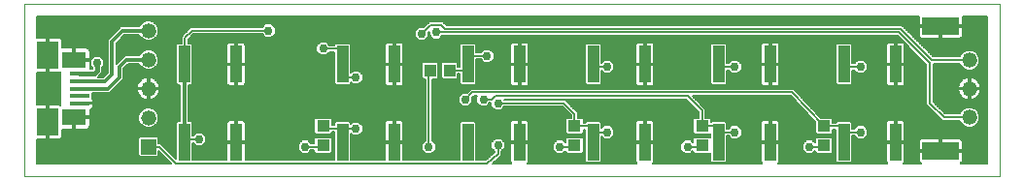
<source format=gtl>
G75*
%MOIN*%
%OFA0B0*%
%FSLAX25Y25*%
%IPPOS*%
%LPD*%
%AMOC8*
5,1,8,0,0,1.08239X$1,22.5*
%
%ADD10C,0.00000*%
%ADD11R,0.03937X0.12598*%
%ADD12R,0.04331X0.03937*%
%ADD13R,0.03937X0.04331*%
%ADD14R,0.06693X0.01772*%
%ADD15R,0.08268X0.05807*%
%ADD16R,0.07480X0.09350*%
%ADD17R,0.05200X0.05200*%
%ADD18C,0.05200*%
%ADD19R,0.12500X0.06000*%
%ADD20C,0.01200*%
%ADD21C,0.00600*%
%ADD22C,0.02978*%
%ADD23C,0.01600*%
D10*
X0002265Y0032362D02*
X0002265Y0091417D01*
X0336910Y0091417D01*
X0336910Y0032362D01*
X0002265Y0032362D01*
D11*
X0057156Y0043976D03*
X0074873Y0043976D03*
X0111406Y0043976D03*
X0129123Y0043976D03*
X0154406Y0043976D03*
X0172123Y0043976D03*
X0197406Y0043976D03*
X0215123Y0043976D03*
X0240406Y0043976D03*
X0258123Y0043976D03*
X0283406Y0043976D03*
X0301123Y0043976D03*
X0301123Y0070748D03*
X0283406Y0070748D03*
X0258123Y0070748D03*
X0240406Y0070748D03*
X0215123Y0070748D03*
X0197406Y0070748D03*
X0172123Y0070748D03*
X0154406Y0070748D03*
X0129123Y0070748D03*
X0111406Y0070748D03*
X0074873Y0070748D03*
X0057156Y0070748D03*
D12*
X0104765Y0049459D03*
X0104765Y0042766D03*
X0191015Y0042766D03*
X0191015Y0049459D03*
X0234765Y0049459D03*
X0234765Y0042766D03*
X0276635Y0042766D03*
X0276635Y0049459D03*
D13*
X0148111Y0068612D03*
X0141418Y0068612D03*
D14*
X0021288Y0067480D03*
X0021288Y0064921D03*
X0021288Y0062362D03*
X0021288Y0059803D03*
X0021288Y0057244D03*
D15*
X0019320Y0052520D03*
X0019320Y0072205D03*
D16*
X0010265Y0073976D03*
X0010265Y0050748D03*
D17*
X0044765Y0042362D03*
D18*
X0044765Y0052362D03*
X0044765Y0062362D03*
X0044765Y0072362D03*
X0044765Y0082362D03*
X0326482Y0072205D03*
X0326482Y0062362D03*
X0326482Y0052520D03*
D19*
X0316640Y0040862D03*
X0316640Y0083862D03*
D20*
X0057156Y0070748D02*
X0057156Y0043976D01*
X0055906Y0041220D01*
X0056015Y0041112D01*
X0034765Y0066112D02*
X0031015Y0062362D01*
X0021288Y0062362D01*
X0021347Y0064862D02*
X0021288Y0064921D01*
X0021347Y0064862D02*
X0029765Y0064862D01*
X0032265Y0067362D01*
X0032265Y0078612D01*
X0036015Y0082362D01*
X0044765Y0082362D01*
X0044765Y0072362D02*
X0037265Y0072362D01*
X0034765Y0069862D01*
X0034765Y0066112D01*
D21*
X0036265Y0065879D02*
X0043063Y0065879D01*
X0042917Y0065818D02*
X0042278Y0065391D01*
X0041735Y0064848D01*
X0041308Y0064209D01*
X0041014Y0063500D01*
X0040865Y0062746D01*
X0040865Y0062662D01*
X0044465Y0062662D01*
X0044465Y0066262D01*
X0044380Y0066262D01*
X0043627Y0066112D01*
X0042917Y0065818D01*
X0042167Y0065280D02*
X0036054Y0065280D01*
X0036265Y0065491D02*
X0036265Y0069241D01*
X0037886Y0070862D01*
X0041598Y0070862D01*
X0041797Y0070380D01*
X0042782Y0069395D01*
X0044068Y0068862D01*
X0045461Y0068862D01*
X0046747Y0069395D01*
X0047732Y0070380D01*
X0048265Y0071666D01*
X0048265Y0073058D01*
X0047732Y0074345D01*
X0046747Y0075329D01*
X0045461Y0075862D01*
X0044068Y0075862D01*
X0042782Y0075329D01*
X0041797Y0074345D01*
X0041598Y0073862D01*
X0036643Y0073862D01*
X0035765Y0072983D01*
X0034143Y0071362D01*
X0033765Y0070983D01*
X0033765Y0077991D01*
X0036636Y0080862D01*
X0041598Y0080862D01*
X0041797Y0080380D01*
X0042782Y0079395D01*
X0044068Y0078862D01*
X0045461Y0078862D01*
X0046747Y0079395D01*
X0047732Y0080380D01*
X0048265Y0081666D01*
X0048265Y0083058D01*
X0047732Y0084345D01*
X0046747Y0085329D01*
X0045461Y0085862D01*
X0044068Y0085862D01*
X0042782Y0085329D01*
X0041797Y0084345D01*
X0041598Y0083862D01*
X0035393Y0083862D01*
X0034515Y0082983D01*
X0030765Y0079233D01*
X0030765Y0067983D01*
X0029143Y0066362D01*
X0027419Y0066362D01*
X0027969Y0066912D01*
X0028965Y0067908D01*
X0028965Y0069434D01*
X0029654Y0070123D01*
X0029654Y0072102D01*
X0028254Y0073501D01*
X0026275Y0073501D01*
X0024876Y0072102D01*
X0024876Y0070123D01*
X0025565Y0069434D01*
X0025565Y0069316D01*
X0025429Y0069180D01*
X0025093Y0069180D01*
X0025007Y0069266D01*
X0024754Y0069266D01*
X0024754Y0071905D01*
X0019620Y0071905D01*
X0019620Y0072505D01*
X0019020Y0072505D01*
X0019020Y0076408D01*
X0015305Y0076408D01*
X0015305Y0078823D01*
X0015216Y0079153D01*
X0015045Y0079450D01*
X0014803Y0079692D01*
X0014506Y0079863D01*
X0014176Y0079952D01*
X0010565Y0079952D01*
X0010565Y0074276D01*
X0009965Y0074276D01*
X0009965Y0079952D01*
X0006565Y0079952D01*
X0006565Y0087117D01*
X0309112Y0087117D01*
X0309090Y0087033D01*
X0309090Y0084162D01*
X0316340Y0084162D01*
X0316340Y0083562D01*
X0316940Y0083562D01*
X0316940Y0084162D01*
X0324190Y0084162D01*
X0324190Y0087033D01*
X0324167Y0087117D01*
X0332610Y0087117D01*
X0332610Y0036662D01*
X0323411Y0036662D01*
X0323688Y0036822D01*
X0323930Y0037064D01*
X0324101Y0037360D01*
X0324190Y0037691D01*
X0324190Y0040562D01*
X0316940Y0040562D01*
X0316940Y0041162D01*
X0324190Y0041162D01*
X0324190Y0044033D01*
X0324101Y0044364D01*
X0323930Y0044660D01*
X0323688Y0044902D01*
X0323391Y0045074D01*
X0323061Y0045162D01*
X0316940Y0045162D01*
X0316940Y0041162D01*
X0316340Y0041162D01*
X0316340Y0045162D01*
X0310218Y0045162D01*
X0309888Y0045074D01*
X0309591Y0044902D01*
X0309349Y0044660D01*
X0309178Y0044364D01*
X0309090Y0044033D01*
X0309090Y0041162D01*
X0316340Y0041162D01*
X0316340Y0040562D01*
X0309090Y0040562D01*
X0309090Y0037691D01*
X0309178Y0037360D01*
X0309349Y0037064D01*
X0309591Y0036822D01*
X0309868Y0036662D01*
X0303915Y0036662D01*
X0304132Y0036879D01*
X0304303Y0037175D01*
X0304391Y0037506D01*
X0304391Y0043676D01*
X0301423Y0043676D01*
X0301423Y0044276D01*
X0304391Y0044276D01*
X0304391Y0050447D01*
X0304303Y0050777D01*
X0304132Y0051074D01*
X0303890Y0051316D01*
X0303593Y0051487D01*
X0303262Y0051576D01*
X0301423Y0051576D01*
X0301423Y0044276D01*
X0300823Y0044276D01*
X0300823Y0043676D01*
X0297854Y0043676D01*
X0297854Y0037506D01*
X0297943Y0037175D01*
X0298114Y0036879D01*
X0298331Y0036662D01*
X0260915Y0036662D01*
X0261132Y0036879D01*
X0261303Y0037175D01*
X0261391Y0037506D01*
X0261391Y0043676D01*
X0258423Y0043676D01*
X0258423Y0044276D01*
X0261391Y0044276D01*
X0261391Y0050447D01*
X0261303Y0050777D01*
X0261132Y0051074D01*
X0260890Y0051316D01*
X0260593Y0051487D01*
X0260262Y0051576D01*
X0258423Y0051576D01*
X0258423Y0044276D01*
X0257823Y0044276D01*
X0257823Y0043676D01*
X0254854Y0043676D01*
X0254854Y0037506D01*
X0254943Y0037175D01*
X0255114Y0036879D01*
X0255331Y0036662D01*
X0217915Y0036662D01*
X0218132Y0036879D01*
X0218303Y0037175D01*
X0218391Y0037506D01*
X0218391Y0043676D01*
X0215423Y0043676D01*
X0215423Y0044276D01*
X0218391Y0044276D01*
X0218391Y0050447D01*
X0218303Y0050777D01*
X0218132Y0051074D01*
X0217890Y0051316D01*
X0217593Y0051487D01*
X0217262Y0051576D01*
X0215423Y0051576D01*
X0215423Y0044276D01*
X0214823Y0044276D01*
X0214823Y0043676D01*
X0211854Y0043676D01*
X0211854Y0037506D01*
X0211943Y0037175D01*
X0212114Y0036879D01*
X0212331Y0036662D01*
X0174915Y0036662D01*
X0175132Y0036879D01*
X0175303Y0037175D01*
X0175391Y0037506D01*
X0175391Y0043676D01*
X0172423Y0043676D01*
X0172423Y0044276D01*
X0175391Y0044276D01*
X0175391Y0050447D01*
X0175303Y0050777D01*
X0175132Y0051074D01*
X0174890Y0051316D01*
X0174593Y0051487D01*
X0174262Y0051576D01*
X0172423Y0051576D01*
X0172423Y0044276D01*
X0171823Y0044276D01*
X0171823Y0043676D01*
X0168854Y0043676D01*
X0168854Y0037506D01*
X0168943Y0037175D01*
X0169114Y0036879D01*
X0169331Y0036662D01*
X0162863Y0036662D01*
X0165207Y0038662D01*
X0165262Y0038662D01*
X0165580Y0038980D01*
X0165922Y0039272D01*
X0165926Y0039326D01*
X0165965Y0039365D01*
X0165965Y0039815D01*
X0166000Y0040263D01*
X0165965Y0040305D01*
X0165965Y0040734D01*
X0167154Y0041923D01*
X0167154Y0043902D01*
X0165754Y0045301D01*
X0163775Y0045301D01*
X0162376Y0043902D01*
X0162376Y0041923D01*
X0163565Y0040734D01*
X0163565Y0040416D01*
X0160572Y0037862D01*
X0157275Y0037862D01*
X0157275Y0050648D01*
X0156748Y0051176D01*
X0152065Y0051176D01*
X0151538Y0050648D01*
X0151538Y0037862D01*
X0132391Y0037862D01*
X0132391Y0043676D01*
X0129423Y0043676D01*
X0129423Y0044276D01*
X0132391Y0044276D01*
X0132391Y0050447D01*
X0132303Y0050777D01*
X0132132Y0051074D01*
X0131890Y0051316D01*
X0131593Y0051487D01*
X0131262Y0051576D01*
X0129423Y0051576D01*
X0129423Y0044276D01*
X0128823Y0044276D01*
X0128823Y0043676D01*
X0125854Y0043676D01*
X0125854Y0037862D01*
X0114275Y0037862D01*
X0114275Y0046973D01*
X0115025Y0046223D01*
X0117004Y0046223D01*
X0118404Y0047623D01*
X0118404Y0049602D01*
X0117004Y0051001D01*
X0115025Y0051001D01*
X0114275Y0050251D01*
X0114275Y0050648D01*
X0113748Y0051176D01*
X0109065Y0051176D01*
X0108538Y0050648D01*
X0108538Y0049812D01*
X0107830Y0049812D01*
X0107830Y0051800D01*
X0107303Y0052327D01*
X0102226Y0052327D01*
X0101699Y0051800D01*
X0101699Y0047117D01*
X0102226Y0046590D01*
X0107303Y0046590D01*
X0107830Y0047117D01*
X0107830Y0047412D01*
X0108538Y0047412D01*
X0108538Y0037862D01*
X0078141Y0037862D01*
X0078141Y0043676D01*
X0075173Y0043676D01*
X0075173Y0044276D01*
X0078141Y0044276D01*
X0078141Y0050447D01*
X0078053Y0050777D01*
X0077882Y0051074D01*
X0077640Y0051316D01*
X0077343Y0051487D01*
X0077012Y0051576D01*
X0075173Y0051576D01*
X0075173Y0044276D01*
X0074573Y0044276D01*
X0074573Y0043676D01*
X0071604Y0043676D01*
X0071604Y0037862D01*
X0060025Y0037862D01*
X0060025Y0043662D01*
X0060086Y0043662D01*
X0061275Y0042473D01*
X0063254Y0042473D01*
X0064654Y0043873D01*
X0064654Y0045852D01*
X0063254Y0047251D01*
X0061275Y0047251D01*
X0060086Y0046062D01*
X0060025Y0046062D01*
X0060025Y0050648D01*
X0059498Y0051176D01*
X0058656Y0051176D01*
X0058656Y0063549D01*
X0059498Y0063549D01*
X0060025Y0064076D01*
X0060025Y0077420D01*
X0059498Y0077947D01*
X0058465Y0077947D01*
X0058465Y0079365D01*
X0060262Y0081162D01*
X0083836Y0081162D01*
X0085025Y0079973D01*
X0087004Y0079973D01*
X0088404Y0081373D01*
X0088404Y0083352D01*
X0087004Y0084751D01*
X0085025Y0084751D01*
X0083836Y0083562D01*
X0059268Y0083562D01*
X0058565Y0082859D01*
X0056768Y0081062D01*
X0056065Y0080359D01*
X0056065Y0077947D01*
X0054815Y0077947D01*
X0054288Y0077420D01*
X0054288Y0064076D01*
X0054815Y0063549D01*
X0055656Y0063549D01*
X0055656Y0051176D01*
X0054815Y0051176D01*
X0054288Y0050648D01*
X0054288Y0041283D01*
X0054284Y0041274D01*
X0054288Y0041263D01*
X0054288Y0038286D01*
X0049012Y0043562D01*
X0048265Y0043562D01*
X0048265Y0045335D01*
X0047737Y0045862D01*
X0041792Y0045862D01*
X0041265Y0045335D01*
X0041265Y0039389D01*
X0041792Y0038862D01*
X0047737Y0038862D01*
X0048265Y0039389D01*
X0048265Y0040915D01*
X0052518Y0036662D01*
X0006565Y0036662D01*
X0006565Y0044773D01*
X0009965Y0044773D01*
X0009965Y0050448D01*
X0010565Y0050448D01*
X0010565Y0044773D01*
X0014176Y0044773D01*
X0014506Y0044861D01*
X0014803Y0045033D01*
X0015045Y0045275D01*
X0015216Y0045571D01*
X0015305Y0045902D01*
X0015305Y0048316D01*
X0019020Y0048316D01*
X0019020Y0052220D01*
X0019620Y0052220D01*
X0019620Y0052820D01*
X0024754Y0052820D01*
X0024754Y0055058D01*
X0024806Y0055058D01*
X0025136Y0055147D01*
X0025433Y0055318D01*
X0025675Y0055560D01*
X0025846Y0055856D01*
X0025935Y0056187D01*
X0025935Y0057101D01*
X0021431Y0057101D01*
X0021431Y0057387D01*
X0025935Y0057387D01*
X0025935Y0058301D01*
X0025846Y0058632D01*
X0025675Y0058928D01*
X0025535Y0059068D01*
X0025535Y0060862D01*
X0031636Y0060862D01*
X0035386Y0064612D01*
X0036265Y0065491D01*
X0036265Y0066477D02*
X0054288Y0066477D01*
X0054288Y0065879D02*
X0046466Y0065879D01*
X0046612Y0065818D02*
X0045902Y0066112D01*
X0045149Y0066262D01*
X0045065Y0066262D01*
X0045065Y0062662D01*
X0048665Y0062662D01*
X0048665Y0062746D01*
X0048515Y0063500D01*
X0048221Y0064209D01*
X0047794Y0064848D01*
X0047251Y0065391D01*
X0046612Y0065818D01*
X0047362Y0065280D02*
X0054288Y0065280D01*
X0054288Y0064682D02*
X0047905Y0064682D01*
X0048273Y0064083D02*
X0054288Y0064083D01*
X0055656Y0063485D02*
X0048518Y0063485D01*
X0048637Y0062886D02*
X0055656Y0062886D01*
X0055656Y0062288D02*
X0045065Y0062288D01*
X0045065Y0062062D02*
X0045065Y0062662D01*
X0044465Y0062662D01*
X0044465Y0062062D01*
X0045065Y0062062D01*
X0048665Y0062062D01*
X0048665Y0061978D01*
X0048515Y0061225D01*
X0048221Y0060515D01*
X0047794Y0059876D01*
X0047251Y0059333D01*
X0046612Y0058906D01*
X0045902Y0058612D01*
X0045149Y0058462D01*
X0045065Y0058462D01*
X0045065Y0062062D01*
X0045065Y0061689D02*
X0044465Y0061689D01*
X0044465Y0062062D02*
X0044465Y0058462D01*
X0044380Y0058462D01*
X0043627Y0058612D01*
X0042917Y0058906D01*
X0042278Y0059333D01*
X0041735Y0059876D01*
X0041308Y0060515D01*
X0041014Y0061225D01*
X0040865Y0061978D01*
X0040865Y0062062D01*
X0044465Y0062062D01*
X0044465Y0062288D02*
X0033061Y0062288D01*
X0032463Y0061689D02*
X0040922Y0061689D01*
X0041070Y0061091D02*
X0031864Y0061091D01*
X0025535Y0060492D02*
X0041324Y0060492D01*
X0041723Y0059894D02*
X0025535Y0059894D01*
X0025535Y0059295D02*
X0042335Y0059295D01*
X0043423Y0058697D02*
X0025809Y0058697D01*
X0025935Y0058098D02*
X0055656Y0058098D01*
X0055656Y0057500D02*
X0025935Y0057500D01*
X0025935Y0056901D02*
X0055656Y0056901D01*
X0055656Y0056303D02*
X0025935Y0056303D01*
X0025758Y0055704D02*
X0043687Y0055704D01*
X0044068Y0055862D02*
X0042782Y0055329D01*
X0041797Y0054345D01*
X0041265Y0053058D01*
X0041265Y0051666D01*
X0041797Y0050380D01*
X0042782Y0049395D01*
X0044068Y0048862D01*
X0045461Y0048862D01*
X0046747Y0049395D01*
X0047732Y0050380D01*
X0048265Y0051666D01*
X0048265Y0053058D01*
X0047732Y0054345D01*
X0046747Y0055329D01*
X0045461Y0055862D01*
X0044068Y0055862D01*
X0042558Y0055106D02*
X0024983Y0055106D01*
X0024754Y0054507D02*
X0041960Y0054507D01*
X0041617Y0053909D02*
X0024754Y0053909D01*
X0024754Y0053310D02*
X0041369Y0053310D01*
X0041265Y0052712D02*
X0019620Y0052712D01*
X0019620Y0052220D02*
X0024754Y0052220D01*
X0024754Y0049445D01*
X0024665Y0049114D01*
X0024494Y0048818D01*
X0024252Y0048576D01*
X0023955Y0048405D01*
X0023625Y0048316D01*
X0019620Y0048316D01*
X0019620Y0052220D01*
X0019620Y0052113D02*
X0019020Y0052113D01*
X0019020Y0051515D02*
X0019620Y0051515D01*
X0019620Y0050916D02*
X0019020Y0050916D01*
X0019020Y0050317D02*
X0019620Y0050317D01*
X0019620Y0049719D02*
X0019020Y0049719D01*
X0019020Y0049120D02*
X0019620Y0049120D01*
X0019620Y0048522D02*
X0019020Y0048522D01*
X0015305Y0047923D02*
X0054288Y0047923D01*
X0054288Y0047325D02*
X0015305Y0047325D01*
X0015305Y0046726D02*
X0054288Y0046726D01*
X0054288Y0046128D02*
X0015305Y0046128D01*
X0015192Y0045529D02*
X0041459Y0045529D01*
X0041265Y0044931D02*
X0014627Y0044931D01*
X0010565Y0044931D02*
X0009965Y0044931D01*
X0009965Y0045529D02*
X0010565Y0045529D01*
X0010565Y0046128D02*
X0009965Y0046128D01*
X0009965Y0046726D02*
X0010565Y0046726D01*
X0010565Y0047325D02*
X0009965Y0047325D01*
X0009965Y0047923D02*
X0010565Y0047923D01*
X0010565Y0048522D02*
X0009965Y0048522D01*
X0009965Y0049120D02*
X0010565Y0049120D01*
X0010565Y0049719D02*
X0009965Y0049719D01*
X0009965Y0050317D02*
X0010565Y0050317D01*
X0010565Y0051048D02*
X0009965Y0051048D01*
X0009965Y0056723D01*
X0006565Y0056723D01*
X0006565Y0068001D01*
X0009965Y0068001D01*
X0009965Y0073676D01*
X0010565Y0073676D01*
X0010565Y0068001D01*
X0014176Y0068001D01*
X0014506Y0068090D01*
X0014595Y0068141D01*
X0014684Y0068090D01*
X0014689Y0068088D01*
X0014689Y0056636D01*
X0014684Y0056635D01*
X0014595Y0056583D01*
X0014506Y0056635D01*
X0014176Y0056723D01*
X0010565Y0056723D01*
X0010565Y0051048D01*
X0010565Y0051515D02*
X0009965Y0051515D01*
X0009965Y0052113D02*
X0010565Y0052113D01*
X0010565Y0052712D02*
X0009965Y0052712D01*
X0009965Y0053310D02*
X0010565Y0053310D01*
X0010565Y0053909D02*
X0009965Y0053909D01*
X0009965Y0054507D02*
X0010565Y0054507D01*
X0010565Y0055106D02*
X0009965Y0055106D01*
X0009965Y0055704D02*
X0010565Y0055704D01*
X0010565Y0056303D02*
X0009965Y0056303D01*
X0006565Y0056901D02*
X0014689Y0056901D01*
X0014689Y0057500D02*
X0006565Y0057500D01*
X0006565Y0058098D02*
X0014689Y0058098D01*
X0014689Y0058697D02*
X0006565Y0058697D01*
X0006565Y0059295D02*
X0014689Y0059295D01*
X0014689Y0059894D02*
X0006565Y0059894D01*
X0006565Y0060492D02*
X0014689Y0060492D01*
X0014689Y0061091D02*
X0006565Y0061091D01*
X0006565Y0061689D02*
X0014689Y0061689D01*
X0014689Y0062288D02*
X0006565Y0062288D01*
X0006565Y0062886D02*
X0014689Y0062886D01*
X0014689Y0063485D02*
X0006565Y0063485D01*
X0006565Y0064083D02*
X0014689Y0064083D01*
X0014689Y0064682D02*
X0006565Y0064682D01*
X0006565Y0065280D02*
X0014689Y0065280D01*
X0014689Y0065879D02*
X0006565Y0065879D01*
X0006565Y0066477D02*
X0014689Y0066477D01*
X0014689Y0067076D02*
X0006565Y0067076D01*
X0006565Y0067674D02*
X0014689Y0067674D01*
X0010565Y0068273D02*
X0009965Y0068273D01*
X0009965Y0068871D02*
X0010565Y0068871D01*
X0010565Y0069470D02*
X0009965Y0069470D01*
X0009965Y0070068D02*
X0010565Y0070068D01*
X0010565Y0070667D02*
X0009965Y0070667D01*
X0009965Y0071265D02*
X0010565Y0071265D01*
X0010565Y0071864D02*
X0009965Y0071864D01*
X0009965Y0072462D02*
X0010565Y0072462D01*
X0010565Y0073061D02*
X0009965Y0073061D01*
X0009965Y0073659D02*
X0010565Y0073659D01*
X0010565Y0074856D02*
X0009965Y0074856D01*
X0009965Y0075455D02*
X0010565Y0075455D01*
X0010565Y0076053D02*
X0009965Y0076053D01*
X0009965Y0076652D02*
X0010565Y0076652D01*
X0010565Y0077250D02*
X0009965Y0077250D01*
X0009965Y0077849D02*
X0010565Y0077849D01*
X0010565Y0078448D02*
X0009965Y0078448D01*
X0009965Y0079046D02*
X0010565Y0079046D01*
X0010565Y0079645D02*
X0009965Y0079645D01*
X0006565Y0080243D02*
X0031774Y0080243D01*
X0031176Y0079645D02*
X0014850Y0079645D01*
X0015245Y0079046D02*
X0030765Y0079046D01*
X0030765Y0078448D02*
X0015305Y0078448D01*
X0015305Y0077849D02*
X0030765Y0077849D01*
X0030765Y0077250D02*
X0015305Y0077250D01*
X0015305Y0076652D02*
X0030765Y0076652D01*
X0030765Y0076053D02*
X0024347Y0076053D01*
X0024252Y0076148D02*
X0023955Y0076320D01*
X0023625Y0076408D01*
X0019620Y0076408D01*
X0019620Y0072505D01*
X0024754Y0072505D01*
X0024754Y0075279D01*
X0024665Y0075610D01*
X0024494Y0075906D01*
X0024252Y0076148D01*
X0024706Y0075455D02*
X0030765Y0075455D01*
X0030765Y0074856D02*
X0024754Y0074856D01*
X0024754Y0074258D02*
X0030765Y0074258D01*
X0030765Y0073659D02*
X0024754Y0073659D01*
X0024754Y0073061D02*
X0025835Y0073061D01*
X0025236Y0072462D02*
X0019620Y0072462D01*
X0019620Y0073061D02*
X0019020Y0073061D01*
X0019020Y0073659D02*
X0019620Y0073659D01*
X0019620Y0074258D02*
X0019020Y0074258D01*
X0019020Y0074856D02*
X0019620Y0074856D01*
X0019620Y0075455D02*
X0019020Y0075455D01*
X0019020Y0076053D02*
X0019620Y0076053D01*
X0028694Y0073061D02*
X0030765Y0073061D01*
X0030765Y0072462D02*
X0029293Y0072462D01*
X0029654Y0071864D02*
X0030765Y0071864D01*
X0030765Y0071265D02*
X0029654Y0071265D01*
X0029654Y0070667D02*
X0030765Y0070667D01*
X0030765Y0070068D02*
X0029599Y0070068D01*
X0029001Y0069470D02*
X0030765Y0069470D01*
X0030765Y0068871D02*
X0028965Y0068871D01*
X0028965Y0068273D02*
X0030765Y0068273D01*
X0030455Y0067674D02*
X0028731Y0067674D01*
X0028132Y0067076D02*
X0029857Y0067076D01*
X0029258Y0066477D02*
X0027534Y0066477D01*
X0034857Y0064083D02*
X0041256Y0064083D01*
X0041011Y0063485D02*
X0034258Y0063485D01*
X0033660Y0062886D02*
X0040892Y0062886D01*
X0041624Y0064682D02*
X0035455Y0064682D01*
X0044465Y0064682D02*
X0045065Y0064682D01*
X0045065Y0065280D02*
X0044465Y0065280D01*
X0044465Y0065879D02*
X0045065Y0065879D01*
X0045065Y0064083D02*
X0044465Y0064083D01*
X0044465Y0063485D02*
X0045065Y0063485D01*
X0045065Y0062886D02*
X0044465Y0062886D01*
X0044465Y0061091D02*
X0045065Y0061091D01*
X0045065Y0060492D02*
X0044465Y0060492D01*
X0044465Y0059894D02*
X0045065Y0059894D01*
X0045065Y0059295D02*
X0044465Y0059295D01*
X0044465Y0058697D02*
X0045065Y0058697D01*
X0046106Y0058697D02*
X0055656Y0058697D01*
X0055656Y0059295D02*
X0047194Y0059295D01*
X0047806Y0059894D02*
X0055656Y0059894D01*
X0055656Y0060492D02*
X0048206Y0060492D01*
X0048459Y0061091D02*
X0055656Y0061091D01*
X0055656Y0061689D02*
X0048607Y0061689D01*
X0058656Y0061689D02*
X0139815Y0061689D01*
X0139815Y0061091D02*
X0058656Y0061091D01*
X0058656Y0060492D02*
X0139815Y0060492D01*
X0139815Y0059894D02*
X0058656Y0059894D01*
X0058656Y0059295D02*
X0139815Y0059295D01*
X0139815Y0058697D02*
X0058656Y0058697D01*
X0058656Y0058098D02*
X0139815Y0058098D01*
X0139815Y0057500D02*
X0058656Y0057500D01*
X0058656Y0056901D02*
X0139815Y0056901D01*
X0139815Y0056303D02*
X0058656Y0056303D01*
X0058656Y0055704D02*
X0139815Y0055704D01*
X0139815Y0055106D02*
X0058656Y0055106D01*
X0058656Y0054507D02*
X0139815Y0054507D01*
X0139815Y0053909D02*
X0058656Y0053909D01*
X0058656Y0053310D02*
X0139815Y0053310D01*
X0139815Y0052712D02*
X0058656Y0052712D01*
X0058656Y0052113D02*
X0102012Y0052113D01*
X0101699Y0051515D02*
X0077240Y0051515D01*
X0077973Y0050916D02*
X0101699Y0050916D01*
X0101699Y0050317D02*
X0078141Y0050317D01*
X0078141Y0049719D02*
X0101699Y0049719D01*
X0101699Y0049120D02*
X0078141Y0049120D01*
X0078141Y0048522D02*
X0101699Y0048522D01*
X0101699Y0047923D02*
X0078141Y0047923D01*
X0078141Y0047325D02*
X0101699Y0047325D01*
X0102090Y0046726D02*
X0078141Y0046726D01*
X0078141Y0046128D02*
X0108538Y0046128D01*
X0108538Y0046726D02*
X0107439Y0046726D01*
X0107830Y0047325D02*
X0108538Y0047325D01*
X0111015Y0048612D02*
X0105611Y0048612D01*
X0104765Y0049459D01*
X0107830Y0050317D02*
X0108538Y0050317D01*
X0108805Y0050916D02*
X0107830Y0050916D01*
X0107830Y0051515D02*
X0126755Y0051515D01*
X0126653Y0051487D02*
X0126356Y0051316D01*
X0126114Y0051074D01*
X0125943Y0050777D01*
X0125854Y0050447D01*
X0125854Y0044276D01*
X0128823Y0044276D01*
X0128823Y0051576D01*
X0126983Y0051576D01*
X0126653Y0051487D01*
X0126023Y0050916D02*
X0117089Y0050916D01*
X0117688Y0050317D02*
X0125854Y0050317D01*
X0125854Y0049719D02*
X0118286Y0049719D01*
X0118404Y0049120D02*
X0125854Y0049120D01*
X0125854Y0048522D02*
X0118404Y0048522D01*
X0118404Y0047923D02*
X0125854Y0047923D01*
X0125854Y0047325D02*
X0118106Y0047325D01*
X0117507Y0046726D02*
X0125854Y0046726D01*
X0125854Y0046128D02*
X0114275Y0046128D01*
X0114275Y0046726D02*
X0114522Y0046726D01*
X0114275Y0045529D02*
X0125854Y0045529D01*
X0125854Y0044931D02*
X0114275Y0044931D01*
X0114275Y0044332D02*
X0125854Y0044332D01*
X0125854Y0043135D02*
X0114275Y0043135D01*
X0114275Y0042537D02*
X0125854Y0042537D01*
X0125854Y0041938D02*
X0114275Y0041938D01*
X0114275Y0041340D02*
X0125854Y0041340D01*
X0125854Y0040741D02*
X0114275Y0040741D01*
X0114275Y0040143D02*
X0125854Y0040143D01*
X0125854Y0039544D02*
X0114275Y0039544D01*
X0114275Y0038946D02*
X0125854Y0038946D01*
X0125854Y0038347D02*
X0114275Y0038347D01*
X0108538Y0038347D02*
X0078141Y0038347D01*
X0078141Y0038946D02*
X0108538Y0038946D01*
X0108538Y0039544D02*
X0078141Y0039544D01*
X0078141Y0040143D02*
X0097355Y0040143D01*
X0097525Y0039973D02*
X0099504Y0039973D01*
X0100693Y0041162D01*
X0101699Y0041162D01*
X0101699Y0040424D01*
X0102226Y0039897D01*
X0107303Y0039897D01*
X0107830Y0040424D01*
X0107830Y0045107D01*
X0107303Y0045634D01*
X0102226Y0045634D01*
X0101699Y0045107D01*
X0101699Y0043562D01*
X0100693Y0043562D01*
X0099504Y0044751D01*
X0097525Y0044751D01*
X0096126Y0043352D01*
X0096126Y0041373D01*
X0097525Y0039973D01*
X0096757Y0040741D02*
X0078141Y0040741D01*
X0078141Y0041340D02*
X0096158Y0041340D01*
X0096126Y0041938D02*
X0078141Y0041938D01*
X0078141Y0042537D02*
X0096126Y0042537D01*
X0096126Y0043135D02*
X0078141Y0043135D01*
X0078141Y0044332D02*
X0097106Y0044332D01*
X0096508Y0043734D02*
X0075173Y0043734D01*
X0075173Y0044332D02*
X0074573Y0044332D01*
X0074573Y0044276D02*
X0074573Y0051576D01*
X0072733Y0051576D01*
X0072403Y0051487D01*
X0072106Y0051316D01*
X0071864Y0051074D01*
X0071693Y0050777D01*
X0071604Y0050447D01*
X0071604Y0044276D01*
X0074573Y0044276D01*
X0074573Y0043734D02*
X0064515Y0043734D01*
X0064654Y0044332D02*
X0071604Y0044332D01*
X0071604Y0044931D02*
X0064654Y0044931D01*
X0064654Y0045529D02*
X0071604Y0045529D01*
X0071604Y0046128D02*
X0064377Y0046128D01*
X0063779Y0046726D02*
X0071604Y0046726D01*
X0071604Y0047325D02*
X0060025Y0047325D01*
X0060025Y0047923D02*
X0071604Y0047923D01*
X0071604Y0048522D02*
X0060025Y0048522D01*
X0060025Y0049120D02*
X0071604Y0049120D01*
X0071604Y0049719D02*
X0060025Y0049719D01*
X0060025Y0050317D02*
X0071604Y0050317D01*
X0071773Y0050916D02*
X0059757Y0050916D01*
X0058656Y0051515D02*
X0072505Y0051515D01*
X0074573Y0051515D02*
X0075173Y0051515D01*
X0075173Y0050916D02*
X0074573Y0050916D01*
X0074573Y0050317D02*
X0075173Y0050317D01*
X0075173Y0049719D02*
X0074573Y0049719D01*
X0074573Y0049120D02*
X0075173Y0049120D01*
X0075173Y0048522D02*
X0074573Y0048522D01*
X0074573Y0047923D02*
X0075173Y0047923D01*
X0075173Y0047325D02*
X0074573Y0047325D01*
X0074573Y0046726D02*
X0075173Y0046726D01*
X0075173Y0046128D02*
X0074573Y0046128D01*
X0074573Y0045529D02*
X0075173Y0045529D01*
X0075173Y0044931D02*
X0074573Y0044931D01*
X0078141Y0044931D02*
X0101699Y0044931D01*
X0101699Y0044332D02*
X0099923Y0044332D01*
X0100521Y0043734D02*
X0101699Y0043734D01*
X0104361Y0042362D02*
X0104765Y0042766D01*
X0104361Y0042362D02*
X0098515Y0042362D01*
X0100272Y0040741D02*
X0101699Y0040741D01*
X0101981Y0040143D02*
X0099674Y0040143D01*
X0107548Y0040143D02*
X0108538Y0040143D01*
X0108538Y0040741D02*
X0107830Y0040741D01*
X0107830Y0041340D02*
X0108538Y0041340D01*
X0108538Y0041938D02*
X0107830Y0041938D01*
X0107830Y0042537D02*
X0108538Y0042537D01*
X0108538Y0043135D02*
X0107830Y0043135D01*
X0107830Y0043734D02*
X0108538Y0043734D01*
X0108538Y0044332D02*
X0107830Y0044332D01*
X0107830Y0044931D02*
X0108538Y0044931D01*
X0108538Y0045529D02*
X0107407Y0045529D01*
X0102122Y0045529D02*
X0078141Y0045529D01*
X0071604Y0043135D02*
X0063916Y0043135D01*
X0063318Y0042537D02*
X0071604Y0042537D01*
X0071604Y0041938D02*
X0060025Y0041938D01*
X0060025Y0041340D02*
X0071604Y0041340D01*
X0071604Y0040741D02*
X0060025Y0040741D01*
X0060025Y0040143D02*
X0071604Y0040143D01*
X0071604Y0039544D02*
X0060025Y0039544D01*
X0060025Y0038946D02*
X0071604Y0038946D01*
X0071604Y0038347D02*
X0060025Y0038347D01*
X0054288Y0038347D02*
X0054226Y0038347D01*
X0054288Y0038946D02*
X0053628Y0038946D01*
X0053029Y0039544D02*
X0054288Y0039544D01*
X0054288Y0040143D02*
X0052431Y0040143D01*
X0051832Y0040741D02*
X0054288Y0040741D01*
X0054288Y0041340D02*
X0051234Y0041340D01*
X0050635Y0041938D02*
X0054288Y0041938D01*
X0054288Y0042537D02*
X0050037Y0042537D01*
X0049438Y0043135D02*
X0054288Y0043135D01*
X0054288Y0043734D02*
X0048265Y0043734D01*
X0048265Y0044332D02*
X0054288Y0044332D01*
X0054288Y0044931D02*
X0048265Y0044931D01*
X0048070Y0045529D02*
X0054288Y0045529D01*
X0057156Y0043976D02*
X0058042Y0044862D01*
X0062265Y0044862D01*
X0060152Y0046128D02*
X0060025Y0046128D01*
X0060025Y0046726D02*
X0060750Y0046726D01*
X0054288Y0048522D02*
X0024158Y0048522D01*
X0024667Y0049120D02*
X0043445Y0049120D01*
X0042458Y0049719D02*
X0024754Y0049719D01*
X0024754Y0050317D02*
X0041859Y0050317D01*
X0041575Y0050916D02*
X0024754Y0050916D01*
X0024754Y0051515D02*
X0041327Y0051515D01*
X0041265Y0052113D02*
X0024754Y0052113D01*
X0045842Y0055704D02*
X0055656Y0055704D01*
X0055656Y0055106D02*
X0046971Y0055106D01*
X0047569Y0054507D02*
X0055656Y0054507D01*
X0055656Y0053909D02*
X0047912Y0053909D01*
X0048160Y0053310D02*
X0055656Y0053310D01*
X0055656Y0052712D02*
X0048265Y0052712D01*
X0048265Y0052113D02*
X0055656Y0052113D01*
X0055656Y0051515D02*
X0048202Y0051515D01*
X0047954Y0050916D02*
X0054555Y0050916D01*
X0054288Y0050317D02*
X0047670Y0050317D01*
X0047071Y0049719D02*
X0054288Y0049719D01*
X0054288Y0049120D02*
X0046084Y0049120D01*
X0041265Y0044332D02*
X0006565Y0044332D01*
X0006565Y0043734D02*
X0041265Y0043734D01*
X0041265Y0043135D02*
X0006565Y0043135D01*
X0006565Y0042537D02*
X0041265Y0042537D01*
X0041265Y0041938D02*
X0006565Y0041938D01*
X0006565Y0041340D02*
X0041265Y0041340D01*
X0041265Y0040741D02*
X0006565Y0040741D01*
X0006565Y0040143D02*
X0041265Y0040143D01*
X0041265Y0039544D02*
X0006565Y0039544D01*
X0006565Y0038946D02*
X0041708Y0038946D01*
X0047821Y0038946D02*
X0050234Y0038946D01*
X0049635Y0039544D02*
X0048265Y0039544D01*
X0048265Y0040143D02*
X0049037Y0040143D01*
X0048438Y0040741D02*
X0048265Y0040741D01*
X0048515Y0042362D02*
X0044765Y0042362D01*
X0048515Y0042362D02*
X0054215Y0036662D01*
X0161015Y0036662D01*
X0164765Y0039862D01*
X0164765Y0042912D01*
X0167154Y0043135D02*
X0168854Y0043135D01*
X0168854Y0042537D02*
X0167154Y0042537D01*
X0167154Y0041938D02*
X0168854Y0041938D01*
X0168854Y0041340D02*
X0166571Y0041340D01*
X0165972Y0040741D02*
X0168854Y0040741D01*
X0168854Y0040143D02*
X0165991Y0040143D01*
X0165965Y0039544D02*
X0168854Y0039544D01*
X0168854Y0038946D02*
X0165545Y0038946D01*
X0164838Y0038347D02*
X0168854Y0038347D01*
X0168854Y0037749D02*
X0164137Y0037749D01*
X0163435Y0037150D02*
X0168957Y0037150D01*
X0175288Y0037150D02*
X0194692Y0037150D01*
X0194538Y0037304D02*
X0195065Y0036777D01*
X0199748Y0036777D01*
X0200275Y0037304D01*
X0200275Y0045973D01*
X0201275Y0044973D01*
X0203254Y0044973D01*
X0204654Y0046373D01*
X0204654Y0048352D01*
X0203254Y0049751D01*
X0201275Y0049751D01*
X0200275Y0048751D01*
X0200275Y0050648D01*
X0199748Y0051176D01*
X0195065Y0051176D01*
X0194548Y0050659D01*
X0194080Y0050659D01*
X0194080Y0051800D01*
X0193553Y0052327D01*
X0192215Y0052327D01*
X0192215Y0054109D01*
X0188465Y0057859D01*
X0187762Y0058562D01*
X0166943Y0058562D01*
X0166843Y0058662D01*
X0229268Y0058662D01*
X0233565Y0054365D01*
X0233565Y0052327D01*
X0232226Y0052327D01*
X0231699Y0051800D01*
X0231699Y0047117D01*
X0232226Y0046590D01*
X0237303Y0046590D01*
X0237538Y0046825D01*
X0237538Y0045399D01*
X0237303Y0045634D01*
X0232226Y0045634D01*
X0231699Y0045107D01*
X0231699Y0043806D01*
X0230754Y0044751D01*
X0228775Y0044751D01*
X0227376Y0043352D01*
X0227376Y0041373D01*
X0228775Y0039973D01*
X0230754Y0039973D01*
X0231699Y0040918D01*
X0231699Y0040424D01*
X0232226Y0039897D01*
X0237303Y0039897D01*
X0237538Y0040132D01*
X0237538Y0037304D01*
X0238065Y0036777D01*
X0242748Y0036777D01*
X0243275Y0037304D01*
X0243275Y0046162D01*
X0243836Y0046162D01*
X0245025Y0044973D01*
X0247004Y0044973D01*
X0248404Y0046373D01*
X0248404Y0048352D01*
X0247004Y0049751D01*
X0245025Y0049751D01*
X0243836Y0048562D01*
X0243275Y0048562D01*
X0243275Y0050648D01*
X0242748Y0051176D01*
X0238065Y0051176D01*
X0237830Y0050940D01*
X0237830Y0051800D01*
X0237303Y0052327D01*
X0235965Y0052327D01*
X0235965Y0055359D01*
X0231412Y0059912D01*
X0265094Y0059912D01*
X0273569Y0050953D01*
X0273569Y0047117D01*
X0274096Y0046590D01*
X0279173Y0046590D01*
X0279700Y0047117D01*
X0279700Y0048259D01*
X0280538Y0048259D01*
X0280538Y0037304D01*
X0281065Y0036777D01*
X0285748Y0036777D01*
X0286275Y0037304D01*
X0286275Y0046162D01*
X0286956Y0046162D01*
X0288145Y0044973D01*
X0290124Y0044973D01*
X0291524Y0046373D01*
X0291524Y0048352D01*
X0290124Y0049751D01*
X0288145Y0049751D01*
X0286956Y0048562D01*
X0286275Y0048562D01*
X0286275Y0050648D01*
X0285748Y0051176D01*
X0281065Y0051176D01*
X0280548Y0050659D01*
X0279700Y0050659D01*
X0279700Y0051800D01*
X0279173Y0052327D01*
X0275573Y0052327D01*
X0266811Y0061590D01*
X0266811Y0061609D01*
X0266471Y0061949D01*
X0266141Y0062298D01*
X0266122Y0062298D01*
X0266108Y0062312D01*
X0265628Y0062312D01*
X0265147Y0062325D01*
X0265133Y0062312D01*
X0155518Y0062312D01*
X0154206Y0061001D01*
X0152525Y0061001D01*
X0151126Y0059602D01*
X0151126Y0057623D01*
X0152525Y0056223D01*
X0154504Y0056223D01*
X0155904Y0057623D01*
X0155904Y0059304D01*
X0156512Y0059912D01*
X0157686Y0059912D01*
X0157376Y0059602D01*
X0157376Y0057623D01*
X0158775Y0056223D01*
X0160754Y0056223D01*
X0161943Y0057412D01*
X0162376Y0057412D01*
X0162376Y0056373D01*
X0163775Y0054973D01*
X0165754Y0054973D01*
X0166943Y0056162D01*
X0186768Y0056162D01*
X0189815Y0053115D01*
X0189815Y0052327D01*
X0188476Y0052327D01*
X0187949Y0051800D01*
X0187949Y0047117D01*
X0188476Y0046590D01*
X0193553Y0046590D01*
X0194080Y0047117D01*
X0194080Y0048259D01*
X0194538Y0048259D01*
X0194538Y0037304D01*
X0194538Y0037749D02*
X0175391Y0037749D01*
X0175391Y0038347D02*
X0194538Y0038347D01*
X0194538Y0038946D02*
X0175391Y0038946D01*
X0175391Y0039544D02*
X0194538Y0039544D01*
X0194538Y0040143D02*
X0193798Y0040143D01*
X0193553Y0039897D02*
X0194080Y0040424D01*
X0194080Y0045107D01*
X0193553Y0045634D01*
X0188476Y0045634D01*
X0187949Y0045107D01*
X0187949Y0043806D01*
X0187004Y0044751D01*
X0185025Y0044751D01*
X0183626Y0043352D01*
X0183626Y0041373D01*
X0185025Y0039973D01*
X0187004Y0039973D01*
X0187949Y0040918D01*
X0187949Y0040424D01*
X0188476Y0039897D01*
X0193553Y0039897D01*
X0194080Y0040741D02*
X0194538Y0040741D01*
X0194538Y0041340D02*
X0194080Y0041340D01*
X0194080Y0041938D02*
X0194538Y0041938D01*
X0194538Y0042537D02*
X0194080Y0042537D01*
X0194080Y0043135D02*
X0194538Y0043135D01*
X0194538Y0043734D02*
X0194080Y0043734D01*
X0194080Y0044332D02*
X0194538Y0044332D01*
X0194538Y0044931D02*
X0194080Y0044931D01*
X0193657Y0045529D02*
X0194538Y0045529D01*
X0194538Y0046128D02*
X0175391Y0046128D01*
X0175391Y0046726D02*
X0188340Y0046726D01*
X0187949Y0047325D02*
X0175391Y0047325D01*
X0175391Y0047923D02*
X0187949Y0047923D01*
X0187949Y0048522D02*
X0175391Y0048522D01*
X0175391Y0049120D02*
X0187949Y0049120D01*
X0187949Y0049719D02*
X0175391Y0049719D01*
X0175391Y0050317D02*
X0187949Y0050317D01*
X0187949Y0050916D02*
X0175223Y0050916D01*
X0174490Y0051515D02*
X0187949Y0051515D01*
X0188262Y0052113D02*
X0142215Y0052113D01*
X0142215Y0051515D02*
X0169755Y0051515D01*
X0169653Y0051487D02*
X0169356Y0051316D01*
X0169114Y0051074D01*
X0168943Y0050777D01*
X0168854Y0050447D01*
X0168854Y0044276D01*
X0171823Y0044276D01*
X0171823Y0051576D01*
X0169983Y0051576D01*
X0169653Y0051487D01*
X0169023Y0050916D02*
X0157007Y0050916D01*
X0157275Y0050317D02*
X0168854Y0050317D01*
X0168854Y0049719D02*
X0157275Y0049719D01*
X0157275Y0049120D02*
X0168854Y0049120D01*
X0168854Y0048522D02*
X0157275Y0048522D01*
X0157275Y0047923D02*
X0168854Y0047923D01*
X0168854Y0047325D02*
X0157275Y0047325D01*
X0157275Y0046726D02*
X0168854Y0046726D01*
X0168854Y0046128D02*
X0157275Y0046128D01*
X0157275Y0045529D02*
X0168854Y0045529D01*
X0168854Y0044931D02*
X0166124Y0044931D01*
X0166723Y0044332D02*
X0168854Y0044332D01*
X0167154Y0043734D02*
X0171823Y0043734D01*
X0171823Y0044332D02*
X0172423Y0044332D01*
X0172423Y0043734D02*
X0184008Y0043734D01*
X0183626Y0043135D02*
X0175391Y0043135D01*
X0175391Y0042537D02*
X0183626Y0042537D01*
X0183626Y0041938D02*
X0175391Y0041938D01*
X0175391Y0041340D02*
X0183658Y0041340D01*
X0184257Y0040741D02*
X0175391Y0040741D01*
X0175391Y0040143D02*
X0184855Y0040143D01*
X0187174Y0040143D02*
X0188231Y0040143D01*
X0187949Y0040741D02*
X0187772Y0040741D01*
X0186015Y0042362D02*
X0190611Y0042362D01*
X0191015Y0042766D01*
X0187949Y0044332D02*
X0187423Y0044332D01*
X0187949Y0044931D02*
X0175391Y0044931D01*
X0175391Y0045529D02*
X0188372Y0045529D01*
X0193689Y0046726D02*
X0194538Y0046726D01*
X0194538Y0047325D02*
X0194080Y0047325D01*
X0194080Y0047923D02*
X0194538Y0047923D01*
X0196015Y0049862D02*
X0197265Y0048612D01*
X0197265Y0047362D01*
X0202265Y0047362D01*
X0204654Y0047325D02*
X0211854Y0047325D01*
X0211854Y0047923D02*
X0204654Y0047923D01*
X0204483Y0048522D02*
X0211854Y0048522D01*
X0211854Y0049120D02*
X0203885Y0049120D01*
X0203286Y0049719D02*
X0211854Y0049719D01*
X0211854Y0050317D02*
X0200275Y0050317D01*
X0200275Y0049719D02*
X0201243Y0049719D01*
X0200644Y0049120D02*
X0200275Y0049120D01*
X0196015Y0049862D02*
X0195611Y0049459D01*
X0191015Y0049459D01*
X0191015Y0053612D01*
X0187265Y0057362D01*
X0164765Y0057362D01*
X0162376Y0056901D02*
X0161432Y0056901D01*
X0160834Y0056303D02*
X0162446Y0056303D01*
X0163044Y0055704D02*
X0142215Y0055704D01*
X0142215Y0055106D02*
X0163643Y0055106D01*
X0165887Y0055106D02*
X0187824Y0055106D01*
X0187226Y0055704D02*
X0166485Y0055704D01*
X0158696Y0056303D02*
X0154584Y0056303D01*
X0155182Y0056901D02*
X0158097Y0056901D01*
X0157499Y0057500D02*
X0155781Y0057500D01*
X0155904Y0058098D02*
X0157376Y0058098D01*
X0157376Y0058697D02*
X0155904Y0058697D01*
X0155904Y0059295D02*
X0157376Y0059295D01*
X0157668Y0059894D02*
X0156493Y0059894D01*
X0156015Y0061112D02*
X0153515Y0058612D01*
X0151126Y0058697D02*
X0142215Y0058697D01*
X0142215Y0059295D02*
X0151126Y0059295D01*
X0151418Y0059894D02*
X0142215Y0059894D01*
X0142215Y0060492D02*
X0152016Y0060492D01*
X0154296Y0061091D02*
X0142215Y0061091D01*
X0142215Y0061689D02*
X0154895Y0061689D01*
X0155493Y0062288D02*
X0142215Y0062288D01*
X0142215Y0062886D02*
X0311690Y0062886D01*
X0311690Y0062288D02*
X0266151Y0062288D01*
X0266731Y0061689D02*
X0311690Y0061689D01*
X0311690Y0061091D02*
X0267283Y0061091D01*
X0267849Y0060492D02*
X0311690Y0060492D01*
X0311690Y0059894D02*
X0268415Y0059894D01*
X0268982Y0059295D02*
X0311690Y0059295D01*
X0311690Y0058697D02*
X0269548Y0058697D01*
X0270114Y0058098D02*
X0311690Y0058098D01*
X0311690Y0057500D02*
X0270680Y0057500D01*
X0271246Y0056901D02*
X0311690Y0056901D01*
X0311690Y0056865D02*
X0316532Y0052023D01*
X0317235Y0051320D01*
X0323191Y0051320D01*
X0323515Y0050537D01*
X0324499Y0049552D01*
X0325786Y0049020D01*
X0327178Y0049020D01*
X0328465Y0049552D01*
X0329449Y0050537D01*
X0329982Y0051823D01*
X0329982Y0053216D01*
X0329449Y0054502D01*
X0328465Y0055487D01*
X0327178Y0056020D01*
X0325786Y0056020D01*
X0324499Y0055487D01*
X0323515Y0054502D01*
X0323191Y0053720D01*
X0318229Y0053720D01*
X0314090Y0057859D01*
X0314090Y0071005D01*
X0323191Y0071005D01*
X0323515Y0070222D01*
X0324499Y0069238D01*
X0325786Y0068705D01*
X0327178Y0068705D01*
X0328465Y0069238D01*
X0329449Y0070222D01*
X0329982Y0071508D01*
X0329982Y0072901D01*
X0329449Y0074187D01*
X0328465Y0075172D01*
X0327178Y0075705D01*
X0325786Y0075705D01*
X0324499Y0075172D01*
X0323515Y0074187D01*
X0323191Y0073405D01*
X0314169Y0073405D01*
X0304090Y0083484D01*
X0303387Y0084187D01*
X0147137Y0084187D01*
X0146590Y0084734D01*
X0145887Y0085437D01*
X0141143Y0085437D01*
X0139206Y0083501D01*
X0137525Y0083501D01*
X0136126Y0082102D01*
X0136126Y0080123D01*
X0137525Y0078723D01*
X0139504Y0078723D01*
X0140904Y0080123D01*
X0140904Y0081804D01*
X0141126Y0082026D01*
X0141126Y0080748D01*
X0142525Y0079348D01*
X0144504Y0079348D01*
X0145693Y0080537D01*
X0301768Y0080537D01*
X0311690Y0070615D01*
X0311690Y0056865D01*
X0312252Y0056303D02*
X0271812Y0056303D01*
X0272379Y0055704D02*
X0312851Y0055704D01*
X0313449Y0055106D02*
X0272945Y0055106D01*
X0273511Y0054507D02*
X0314048Y0054507D01*
X0314646Y0053909D02*
X0274077Y0053909D01*
X0274643Y0053310D02*
X0315245Y0053310D01*
X0315843Y0052712D02*
X0275209Y0052712D01*
X0272472Y0052113D02*
X0237517Y0052113D01*
X0237830Y0051515D02*
X0255755Y0051515D01*
X0255653Y0051487D02*
X0255356Y0051316D01*
X0255114Y0051074D01*
X0254943Y0050777D01*
X0254854Y0050447D01*
X0254854Y0044276D01*
X0257823Y0044276D01*
X0257823Y0051576D01*
X0255983Y0051576D01*
X0255653Y0051487D01*
X0255023Y0050916D02*
X0243007Y0050916D01*
X0243275Y0050317D02*
X0254854Y0050317D01*
X0254854Y0049719D02*
X0247036Y0049719D01*
X0247635Y0049120D02*
X0254854Y0049120D01*
X0254854Y0048522D02*
X0248233Y0048522D01*
X0248404Y0047923D02*
X0254854Y0047923D01*
X0254854Y0047325D02*
X0248404Y0047325D01*
X0248404Y0046726D02*
X0254854Y0046726D01*
X0254854Y0046128D02*
X0248159Y0046128D01*
X0247560Y0045529D02*
X0254854Y0045529D01*
X0254854Y0044931D02*
X0243275Y0044931D01*
X0243275Y0045529D02*
X0244469Y0045529D01*
X0243870Y0046128D02*
X0243275Y0046128D01*
X0237538Y0046128D02*
X0218391Y0046128D01*
X0218391Y0046726D02*
X0232090Y0046726D01*
X0231699Y0047325D02*
X0218391Y0047325D01*
X0218391Y0047923D02*
X0231699Y0047923D01*
X0231699Y0048522D02*
X0218391Y0048522D01*
X0218391Y0049120D02*
X0231699Y0049120D01*
X0231699Y0049719D02*
X0218391Y0049719D01*
X0218391Y0050317D02*
X0231699Y0050317D01*
X0231699Y0050916D02*
X0218223Y0050916D01*
X0217490Y0051515D02*
X0231699Y0051515D01*
X0232012Y0052113D02*
X0193767Y0052113D01*
X0194080Y0051515D02*
X0212755Y0051515D01*
X0212653Y0051487D02*
X0212356Y0051316D01*
X0212114Y0051074D01*
X0211943Y0050777D01*
X0211854Y0050447D01*
X0211854Y0044276D01*
X0214823Y0044276D01*
X0214823Y0051576D01*
X0212983Y0051576D01*
X0212653Y0051487D01*
X0212023Y0050916D02*
X0200007Y0050916D01*
X0194805Y0050916D02*
X0194080Y0050916D01*
X0192215Y0052712D02*
X0233565Y0052712D01*
X0233565Y0053310D02*
X0192215Y0053310D01*
X0192215Y0053909D02*
X0233565Y0053909D01*
X0233423Y0054507D02*
X0191817Y0054507D01*
X0191218Y0055106D02*
X0232824Y0055106D01*
X0232226Y0055704D02*
X0190620Y0055704D01*
X0190021Y0056303D02*
X0231627Y0056303D01*
X0231029Y0056901D02*
X0189423Y0056901D01*
X0188824Y0057500D02*
X0230430Y0057500D01*
X0229832Y0058098D02*
X0188226Y0058098D01*
X0188423Y0054507D02*
X0142215Y0054507D01*
X0142215Y0053909D02*
X0189021Y0053909D01*
X0189620Y0053310D02*
X0142215Y0053310D01*
X0142215Y0052712D02*
X0189815Y0052712D01*
X0172423Y0051515D02*
X0171823Y0051515D01*
X0171823Y0050916D02*
X0172423Y0050916D01*
X0172423Y0050317D02*
X0171823Y0050317D01*
X0171823Y0049719D02*
X0172423Y0049719D01*
X0172423Y0049120D02*
X0171823Y0049120D01*
X0171823Y0048522D02*
X0172423Y0048522D01*
X0172423Y0047923D02*
X0171823Y0047923D01*
X0171823Y0047325D02*
X0172423Y0047325D01*
X0172423Y0046726D02*
X0171823Y0046726D01*
X0171823Y0046128D02*
X0172423Y0046128D01*
X0172423Y0045529D02*
X0171823Y0045529D01*
X0171823Y0044931D02*
X0172423Y0044931D01*
X0175391Y0044332D02*
X0184606Y0044332D01*
X0197406Y0043976D02*
X0197156Y0047254D01*
X0197265Y0047362D01*
X0200275Y0045529D02*
X0200719Y0045529D01*
X0200275Y0044931D02*
X0211854Y0044931D01*
X0211854Y0045529D02*
X0203810Y0045529D01*
X0204409Y0046128D02*
X0211854Y0046128D01*
X0211854Y0046726D02*
X0204654Y0046726D01*
X0214823Y0046726D02*
X0215423Y0046726D01*
X0215423Y0046128D02*
X0214823Y0046128D01*
X0214823Y0045529D02*
X0215423Y0045529D01*
X0215423Y0044931D02*
X0214823Y0044931D01*
X0214823Y0044332D02*
X0215423Y0044332D01*
X0215423Y0043734D02*
X0227758Y0043734D01*
X0227376Y0043135D02*
X0218391Y0043135D01*
X0218391Y0042537D02*
X0227376Y0042537D01*
X0227376Y0041938D02*
X0218391Y0041938D01*
X0218391Y0041340D02*
X0227408Y0041340D01*
X0228007Y0040741D02*
X0218391Y0040741D01*
X0218391Y0040143D02*
X0228605Y0040143D01*
X0230924Y0040143D02*
X0231981Y0040143D01*
X0231699Y0040741D02*
X0231522Y0040741D01*
X0229765Y0042362D02*
X0234361Y0042362D01*
X0234765Y0042766D01*
X0231699Y0044332D02*
X0231173Y0044332D01*
X0231699Y0044931D02*
X0218391Y0044931D01*
X0218391Y0045529D02*
X0232122Y0045529D01*
X0228356Y0044332D02*
X0218391Y0044332D01*
X0214823Y0043734D02*
X0200275Y0043734D01*
X0200275Y0044332D02*
X0211854Y0044332D01*
X0211854Y0043135D02*
X0200275Y0043135D01*
X0200275Y0042537D02*
X0211854Y0042537D01*
X0211854Y0041938D02*
X0200275Y0041938D01*
X0200275Y0041340D02*
X0211854Y0041340D01*
X0211854Y0040741D02*
X0200275Y0040741D01*
X0200275Y0040143D02*
X0211854Y0040143D01*
X0211854Y0039544D02*
X0200275Y0039544D01*
X0200275Y0038946D02*
X0211854Y0038946D01*
X0211854Y0038347D02*
X0200275Y0038347D01*
X0200275Y0037749D02*
X0211854Y0037749D01*
X0211957Y0037150D02*
X0200121Y0037150D01*
X0218288Y0037150D02*
X0237692Y0037150D01*
X0237538Y0037749D02*
X0218391Y0037749D01*
X0218391Y0038347D02*
X0237538Y0038347D01*
X0237538Y0038946D02*
X0218391Y0038946D01*
X0218391Y0039544D02*
X0237538Y0039544D01*
X0243275Y0039544D02*
X0254854Y0039544D01*
X0254854Y0038946D02*
X0243275Y0038946D01*
X0243275Y0038347D02*
X0254854Y0038347D01*
X0254854Y0037749D02*
X0243275Y0037749D01*
X0243121Y0037150D02*
X0254957Y0037150D01*
X0261288Y0037150D02*
X0280692Y0037150D01*
X0280538Y0037749D02*
X0261391Y0037749D01*
X0261391Y0038347D02*
X0280538Y0038347D01*
X0280538Y0038946D02*
X0261391Y0038946D01*
X0261391Y0039544D02*
X0280538Y0039544D01*
X0280538Y0040143D02*
X0279418Y0040143D01*
X0279173Y0039897D02*
X0279700Y0040424D01*
X0279700Y0045107D01*
X0279173Y0045634D01*
X0274096Y0045634D01*
X0273569Y0045107D01*
X0273569Y0043806D01*
X0272624Y0044751D01*
X0270645Y0044751D01*
X0269246Y0043352D01*
X0269246Y0041373D01*
X0270645Y0039973D01*
X0272624Y0039973D01*
X0273569Y0040918D01*
X0273569Y0040424D01*
X0274096Y0039897D01*
X0279173Y0039897D01*
X0279700Y0040741D02*
X0280538Y0040741D01*
X0280538Y0041340D02*
X0279700Y0041340D01*
X0279700Y0041938D02*
X0280538Y0041938D01*
X0280538Y0042537D02*
X0279700Y0042537D01*
X0279700Y0043135D02*
X0280538Y0043135D01*
X0280538Y0043734D02*
X0279700Y0043734D01*
X0279700Y0044332D02*
X0280538Y0044332D01*
X0280538Y0044931D02*
X0279700Y0044931D01*
X0279278Y0045529D02*
X0280538Y0045529D01*
X0280538Y0046128D02*
X0261391Y0046128D01*
X0261391Y0046726D02*
X0273960Y0046726D01*
X0273569Y0047325D02*
X0261391Y0047325D01*
X0261391Y0047923D02*
X0273569Y0047923D01*
X0273569Y0048522D02*
X0261391Y0048522D01*
X0261391Y0049120D02*
X0273569Y0049120D01*
X0273569Y0049719D02*
X0261391Y0049719D01*
X0261391Y0050317D02*
X0273569Y0050317D01*
X0273569Y0050916D02*
X0261223Y0050916D01*
X0260490Y0051515D02*
X0273038Y0051515D01*
X0271906Y0052712D02*
X0235965Y0052712D01*
X0235965Y0053310D02*
X0271340Y0053310D01*
X0270773Y0053909D02*
X0235965Y0053909D01*
X0235965Y0054507D02*
X0270207Y0054507D01*
X0269641Y0055106D02*
X0235965Y0055106D01*
X0235620Y0055704D02*
X0269075Y0055704D01*
X0268509Y0056303D02*
X0235021Y0056303D01*
X0234423Y0056901D02*
X0267943Y0056901D01*
X0267376Y0057500D02*
X0233824Y0057500D01*
X0233226Y0058098D02*
X0266810Y0058098D01*
X0266244Y0058697D02*
X0232627Y0058697D01*
X0232029Y0059295D02*
X0265678Y0059295D01*
X0265112Y0059894D02*
X0231430Y0059894D01*
X0229765Y0059862D02*
X0163886Y0059862D01*
X0162636Y0058612D01*
X0159765Y0058612D01*
X0151847Y0056901D02*
X0142215Y0056901D01*
X0142215Y0056303D02*
X0152446Y0056303D01*
X0151249Y0057500D02*
X0142215Y0057500D01*
X0142215Y0058098D02*
X0151126Y0058098D01*
X0156015Y0061112D02*
X0265611Y0061112D01*
X0276635Y0049459D01*
X0282481Y0049459D01*
X0282885Y0049862D01*
X0284135Y0048612D01*
X0284135Y0047362D01*
X0282776Y0046004D01*
X0283406Y0043976D01*
X0286275Y0043734D02*
X0300823Y0043734D01*
X0300823Y0044276D02*
X0297854Y0044276D01*
X0297854Y0050447D01*
X0297943Y0050777D01*
X0298114Y0051074D01*
X0298356Y0051316D01*
X0298653Y0051487D01*
X0298983Y0051576D01*
X0300823Y0051576D01*
X0300823Y0044276D01*
X0300823Y0044332D02*
X0301423Y0044332D01*
X0301423Y0043734D02*
X0309090Y0043734D01*
X0309090Y0043135D02*
X0304391Y0043135D01*
X0304391Y0042537D02*
X0309090Y0042537D01*
X0309090Y0041938D02*
X0304391Y0041938D01*
X0304391Y0041340D02*
X0309090Y0041340D01*
X0309090Y0040143D02*
X0304391Y0040143D01*
X0304391Y0040741D02*
X0316340Y0040741D01*
X0316340Y0041340D02*
X0316940Y0041340D01*
X0316940Y0041938D02*
X0316340Y0041938D01*
X0316340Y0042537D02*
X0316940Y0042537D01*
X0316940Y0043135D02*
X0316340Y0043135D01*
X0316340Y0043734D02*
X0316940Y0043734D01*
X0316940Y0044332D02*
X0316340Y0044332D01*
X0316340Y0044931D02*
X0316940Y0044931D01*
X0323638Y0044931D02*
X0332610Y0044931D01*
X0332610Y0045529D02*
X0304391Y0045529D01*
X0304391Y0044931D02*
X0309641Y0044931D01*
X0309170Y0044332D02*
X0304391Y0044332D01*
X0301423Y0044931D02*
X0300823Y0044931D01*
X0300823Y0045529D02*
X0301423Y0045529D01*
X0301423Y0046128D02*
X0300823Y0046128D01*
X0300823Y0046726D02*
X0301423Y0046726D01*
X0301423Y0047325D02*
X0300823Y0047325D01*
X0300823Y0047923D02*
X0301423Y0047923D01*
X0301423Y0048522D02*
X0300823Y0048522D01*
X0300823Y0049120D02*
X0301423Y0049120D01*
X0301423Y0049719D02*
X0300823Y0049719D01*
X0300823Y0050317D02*
X0301423Y0050317D01*
X0301423Y0050916D02*
X0300823Y0050916D01*
X0300823Y0051515D02*
X0301423Y0051515D01*
X0303490Y0051515D02*
X0317040Y0051515D01*
X0316442Y0052113D02*
X0279387Y0052113D01*
X0279700Y0051515D02*
X0298755Y0051515D01*
X0298023Y0050916D02*
X0286007Y0050916D01*
X0286275Y0050317D02*
X0297854Y0050317D01*
X0297854Y0049719D02*
X0290156Y0049719D01*
X0290755Y0049120D02*
X0297854Y0049120D01*
X0297854Y0048522D02*
X0291353Y0048522D01*
X0291524Y0047923D02*
X0297854Y0047923D01*
X0297854Y0047325D02*
X0291524Y0047325D01*
X0291524Y0046726D02*
X0297854Y0046726D01*
X0297854Y0046128D02*
X0291279Y0046128D01*
X0290680Y0045529D02*
X0297854Y0045529D01*
X0297854Y0044931D02*
X0286275Y0044931D01*
X0286275Y0045529D02*
X0287589Y0045529D01*
X0286990Y0046128D02*
X0286275Y0046128D01*
X0280538Y0046726D02*
X0279309Y0046726D01*
X0279700Y0047325D02*
X0280538Y0047325D01*
X0280538Y0047923D02*
X0279700Y0047923D01*
X0284135Y0047362D02*
X0289135Y0047362D01*
X0287514Y0049120D02*
X0286275Y0049120D01*
X0286275Y0049719D02*
X0288113Y0049719D01*
X0280805Y0050916D02*
X0279700Y0050916D01*
X0258423Y0050916D02*
X0257823Y0050916D01*
X0257823Y0051515D02*
X0258423Y0051515D01*
X0258423Y0050317D02*
X0257823Y0050317D01*
X0257823Y0049719D02*
X0258423Y0049719D01*
X0258423Y0049120D02*
X0257823Y0049120D01*
X0257823Y0048522D02*
X0258423Y0048522D01*
X0258423Y0047923D02*
X0257823Y0047923D01*
X0257823Y0047325D02*
X0258423Y0047325D01*
X0258423Y0046726D02*
X0257823Y0046726D01*
X0257823Y0046128D02*
X0258423Y0046128D01*
X0258423Y0045529D02*
X0257823Y0045529D01*
X0257823Y0044931D02*
X0258423Y0044931D01*
X0258423Y0044332D02*
X0257823Y0044332D01*
X0257823Y0043734D02*
X0243275Y0043734D01*
X0243275Y0044332D02*
X0254854Y0044332D01*
X0254854Y0043135D02*
X0243275Y0043135D01*
X0243275Y0042537D02*
X0254854Y0042537D01*
X0254854Y0041938D02*
X0243275Y0041938D01*
X0243275Y0041340D02*
X0254854Y0041340D01*
X0254854Y0040741D02*
X0243275Y0040741D01*
X0243275Y0040143D02*
X0254854Y0040143D01*
X0261391Y0040143D02*
X0270475Y0040143D01*
X0269877Y0040741D02*
X0261391Y0040741D01*
X0261391Y0041340D02*
X0269278Y0041340D01*
X0269246Y0041938D02*
X0261391Y0041938D01*
X0261391Y0042537D02*
X0269246Y0042537D01*
X0269246Y0043135D02*
X0261391Y0043135D01*
X0261391Y0044332D02*
X0270226Y0044332D01*
X0269628Y0043734D02*
X0258423Y0043734D01*
X0261391Y0044931D02*
X0273569Y0044931D01*
X0273569Y0044332D02*
X0273043Y0044332D01*
X0276231Y0042362D02*
X0276635Y0042766D01*
X0276231Y0042362D02*
X0271635Y0042362D01*
X0273392Y0040741D02*
X0273569Y0040741D01*
X0273851Y0040143D02*
X0272794Y0040143D01*
X0286275Y0040143D02*
X0297854Y0040143D01*
X0297854Y0040741D02*
X0286275Y0040741D01*
X0286275Y0041340D02*
X0297854Y0041340D01*
X0297854Y0041938D02*
X0286275Y0041938D01*
X0286275Y0042537D02*
X0297854Y0042537D01*
X0297854Y0043135D02*
X0286275Y0043135D01*
X0286275Y0044332D02*
X0297854Y0044332D01*
X0304391Y0046128D02*
X0332610Y0046128D01*
X0332610Y0046726D02*
X0304391Y0046726D01*
X0304391Y0047325D02*
X0332610Y0047325D01*
X0332610Y0047923D02*
X0304391Y0047923D01*
X0304391Y0048522D02*
X0332610Y0048522D01*
X0332610Y0049120D02*
X0327422Y0049120D01*
X0328631Y0049719D02*
X0332610Y0049719D01*
X0332610Y0050317D02*
X0329230Y0050317D01*
X0329606Y0050916D02*
X0332610Y0050916D01*
X0332610Y0051515D02*
X0329854Y0051515D01*
X0329982Y0052113D02*
X0332610Y0052113D01*
X0332610Y0052712D02*
X0329982Y0052712D01*
X0329943Y0053310D02*
X0332610Y0053310D01*
X0332610Y0053909D02*
X0329695Y0053909D01*
X0329444Y0054507D02*
X0332610Y0054507D01*
X0332610Y0055106D02*
X0328846Y0055106D01*
X0327940Y0055704D02*
X0332610Y0055704D01*
X0332610Y0056303D02*
X0315646Y0056303D01*
X0315048Y0056901D02*
X0332610Y0056901D01*
X0332610Y0057500D02*
X0314449Y0057500D01*
X0314090Y0058098D02*
X0332610Y0058098D01*
X0332610Y0058697D02*
X0327824Y0058697D01*
X0327620Y0058612D02*
X0328329Y0058906D01*
X0328968Y0059333D01*
X0329511Y0059876D01*
X0329938Y0060515D01*
X0330232Y0061225D01*
X0330382Y0061978D01*
X0330382Y0062062D01*
X0326782Y0062062D01*
X0326782Y0058462D01*
X0326866Y0058462D01*
X0327620Y0058612D01*
X0326782Y0058697D02*
X0326182Y0058697D01*
X0326182Y0058462D02*
X0326182Y0062062D01*
X0326782Y0062062D01*
X0326782Y0062662D01*
X0330382Y0062662D01*
X0330382Y0062746D01*
X0330232Y0063500D01*
X0329938Y0064209D01*
X0329511Y0064848D01*
X0328968Y0065391D01*
X0328329Y0065818D01*
X0327620Y0066112D01*
X0326866Y0066262D01*
X0326782Y0066262D01*
X0326782Y0062662D01*
X0326182Y0062662D01*
X0326182Y0062062D01*
X0322582Y0062062D01*
X0322582Y0061978D01*
X0322732Y0061225D01*
X0323026Y0060515D01*
X0323453Y0059876D01*
X0323996Y0059333D01*
X0324635Y0058906D01*
X0325344Y0058612D01*
X0326098Y0058462D01*
X0326182Y0058462D01*
X0326182Y0059295D02*
X0326782Y0059295D01*
X0326782Y0059894D02*
X0326182Y0059894D01*
X0326182Y0060492D02*
X0326782Y0060492D01*
X0326782Y0061091D02*
X0326182Y0061091D01*
X0326182Y0061689D02*
X0326782Y0061689D01*
X0326782Y0062288D02*
X0332610Y0062288D01*
X0332610Y0062886D02*
X0330354Y0062886D01*
X0330235Y0063485D02*
X0332610Y0063485D01*
X0332610Y0064083D02*
X0329991Y0064083D01*
X0329623Y0064682D02*
X0332610Y0064682D01*
X0332610Y0065280D02*
X0329079Y0065280D01*
X0328183Y0065879D02*
X0332610Y0065879D01*
X0332610Y0066477D02*
X0314090Y0066477D01*
X0314090Y0065879D02*
X0324781Y0065879D01*
X0324635Y0065818D02*
X0325344Y0066112D01*
X0326098Y0066262D01*
X0326182Y0066262D01*
X0326182Y0062662D01*
X0322582Y0062662D01*
X0322582Y0062746D01*
X0322732Y0063500D01*
X0323026Y0064209D01*
X0323453Y0064848D01*
X0323996Y0065391D01*
X0324635Y0065818D01*
X0323885Y0065280D02*
X0314090Y0065280D01*
X0314090Y0064682D02*
X0323342Y0064682D01*
X0322974Y0064083D02*
X0314090Y0064083D01*
X0314090Y0063485D02*
X0322729Y0063485D01*
X0322610Y0062886D02*
X0314090Y0062886D01*
X0314090Y0062288D02*
X0326182Y0062288D01*
X0326182Y0062886D02*
X0326782Y0062886D01*
X0326782Y0063485D02*
X0326182Y0063485D01*
X0326182Y0064083D02*
X0326782Y0064083D01*
X0326782Y0064682D02*
X0326182Y0064682D01*
X0326182Y0065280D02*
X0326782Y0065280D01*
X0326782Y0065879D02*
X0326182Y0065879D01*
X0332610Y0067076D02*
X0314090Y0067076D01*
X0314090Y0067674D02*
X0332610Y0067674D01*
X0332610Y0068273D02*
X0314090Y0068273D01*
X0314090Y0068871D02*
X0325384Y0068871D01*
X0324267Y0069470D02*
X0314090Y0069470D01*
X0314090Y0070068D02*
X0323669Y0070068D01*
X0323331Y0070667D02*
X0314090Y0070667D01*
X0312890Y0071112D02*
X0312890Y0057362D01*
X0317732Y0052520D01*
X0326482Y0052520D01*
X0323358Y0050916D02*
X0304223Y0050916D01*
X0304391Y0050317D02*
X0323734Y0050317D01*
X0324333Y0049719D02*
X0304391Y0049719D01*
X0304391Y0049120D02*
X0325542Y0049120D01*
X0323269Y0053909D02*
X0318040Y0053909D01*
X0317442Y0054507D02*
X0323520Y0054507D01*
X0324118Y0055106D02*
X0316843Y0055106D01*
X0316245Y0055704D02*
X0325024Y0055704D01*
X0325140Y0058697D02*
X0314090Y0058697D01*
X0314090Y0059295D02*
X0324052Y0059295D01*
X0323441Y0059894D02*
X0314090Y0059894D01*
X0314090Y0060492D02*
X0323041Y0060492D01*
X0322787Y0061091D02*
X0314090Y0061091D01*
X0314090Y0061689D02*
X0322640Y0061689D01*
X0328912Y0059295D02*
X0332610Y0059295D01*
X0332610Y0059894D02*
X0329523Y0059894D01*
X0329923Y0060492D02*
X0332610Y0060492D01*
X0332610Y0061091D02*
X0330177Y0061091D01*
X0330325Y0061689D02*
X0332610Y0061689D01*
X0311690Y0063485D02*
X0303966Y0063485D01*
X0303890Y0063409D02*
X0304132Y0063651D01*
X0304303Y0063947D01*
X0304391Y0064278D01*
X0304391Y0070448D01*
X0301423Y0070448D01*
X0301423Y0071048D01*
X0304391Y0071048D01*
X0304391Y0077218D01*
X0304303Y0077549D01*
X0304132Y0077845D01*
X0303890Y0078087D01*
X0303593Y0078259D01*
X0303262Y0078347D01*
X0301423Y0078347D01*
X0301423Y0071048D01*
X0300823Y0071048D01*
X0300823Y0078347D01*
X0298983Y0078347D01*
X0298653Y0078259D01*
X0298356Y0078087D01*
X0298114Y0077845D01*
X0297943Y0077549D01*
X0297854Y0077218D01*
X0297854Y0071048D01*
X0300823Y0071048D01*
X0300823Y0070448D01*
X0301423Y0070448D01*
X0301423Y0063149D01*
X0303262Y0063149D01*
X0303593Y0063237D01*
X0303890Y0063409D01*
X0304339Y0064083D02*
X0311690Y0064083D01*
X0311690Y0064682D02*
X0304391Y0064682D01*
X0304391Y0065280D02*
X0311690Y0065280D01*
X0311690Y0065879D02*
X0304391Y0065879D01*
X0304391Y0066477D02*
X0311690Y0066477D01*
X0311690Y0067076D02*
X0304391Y0067076D01*
X0304391Y0067674D02*
X0311690Y0067674D01*
X0311690Y0068273D02*
X0304391Y0068273D01*
X0304391Y0068871D02*
X0311690Y0068871D01*
X0311690Y0069470D02*
X0304391Y0069470D01*
X0304391Y0070068D02*
X0311690Y0070068D01*
X0311638Y0070667D02*
X0301423Y0070667D01*
X0301423Y0071265D02*
X0300823Y0071265D01*
X0300823Y0070667D02*
X0291524Y0070667D01*
X0291524Y0070852D02*
X0290124Y0072251D01*
X0288145Y0072251D01*
X0286956Y0071062D01*
X0286275Y0071062D01*
X0286275Y0077420D01*
X0285748Y0077947D01*
X0281065Y0077947D01*
X0280538Y0077420D01*
X0280538Y0064076D01*
X0281065Y0063549D01*
X0285748Y0063549D01*
X0286275Y0064076D01*
X0286275Y0068662D01*
X0286956Y0068662D01*
X0288145Y0067473D01*
X0290124Y0067473D01*
X0291524Y0068873D01*
X0291524Y0070852D01*
X0291110Y0071265D02*
X0297854Y0071265D01*
X0297854Y0071864D02*
X0290511Y0071864D01*
X0287758Y0071864D02*
X0286275Y0071864D01*
X0286275Y0072462D02*
X0297854Y0072462D01*
X0297854Y0073061D02*
X0286275Y0073061D01*
X0286275Y0073659D02*
X0297854Y0073659D01*
X0297854Y0074258D02*
X0286275Y0074258D01*
X0286275Y0074856D02*
X0297854Y0074856D01*
X0297854Y0075455D02*
X0286275Y0075455D01*
X0286275Y0076053D02*
X0297854Y0076053D01*
X0297854Y0076652D02*
X0286275Y0076652D01*
X0286275Y0077250D02*
X0297863Y0077250D01*
X0298118Y0077849D02*
X0285846Y0077849D01*
X0280967Y0077849D02*
X0261128Y0077849D01*
X0261132Y0077845D02*
X0260890Y0078087D01*
X0260593Y0078259D01*
X0260262Y0078347D01*
X0258423Y0078347D01*
X0258423Y0071048D01*
X0261391Y0071048D01*
X0261391Y0077218D01*
X0261303Y0077549D01*
X0261132Y0077845D01*
X0261383Y0077250D02*
X0280538Y0077250D01*
X0280538Y0076652D02*
X0261391Y0076652D01*
X0261391Y0076053D02*
X0280538Y0076053D01*
X0280538Y0075455D02*
X0261391Y0075455D01*
X0261391Y0074856D02*
X0280538Y0074856D01*
X0280538Y0074258D02*
X0261391Y0074258D01*
X0261391Y0073659D02*
X0280538Y0073659D01*
X0280538Y0073061D02*
X0261391Y0073061D01*
X0261391Y0072462D02*
X0280538Y0072462D01*
X0280538Y0071864D02*
X0261391Y0071864D01*
X0261391Y0071265D02*
X0280538Y0071265D01*
X0280538Y0070667D02*
X0258423Y0070667D01*
X0258423Y0070448D02*
X0258423Y0071048D01*
X0257823Y0071048D01*
X0257823Y0078347D01*
X0255983Y0078347D01*
X0255653Y0078259D01*
X0255356Y0078087D01*
X0255114Y0077845D01*
X0254943Y0077549D01*
X0254854Y0077218D01*
X0254854Y0071048D01*
X0257823Y0071048D01*
X0257823Y0070448D01*
X0258423Y0070448D01*
X0261391Y0070448D01*
X0261391Y0064278D01*
X0261303Y0063947D01*
X0261132Y0063651D01*
X0260890Y0063409D01*
X0260593Y0063237D01*
X0260262Y0063149D01*
X0258423Y0063149D01*
X0258423Y0070448D01*
X0258423Y0070068D02*
X0257823Y0070068D01*
X0257823Y0070448D02*
X0257823Y0063149D01*
X0255983Y0063149D01*
X0255653Y0063237D01*
X0255356Y0063409D01*
X0255114Y0063651D01*
X0254943Y0063947D01*
X0254854Y0064278D01*
X0254854Y0070448D01*
X0257823Y0070448D01*
X0257823Y0070667D02*
X0248404Y0070667D01*
X0248404Y0070852D02*
X0247004Y0072251D01*
X0245025Y0072251D01*
X0243836Y0071062D01*
X0243275Y0071062D01*
X0243275Y0077420D01*
X0242748Y0077947D01*
X0238065Y0077947D01*
X0237538Y0077420D01*
X0237538Y0064076D01*
X0238065Y0063549D01*
X0242748Y0063549D01*
X0243275Y0064076D01*
X0243275Y0068662D01*
X0243836Y0068662D01*
X0245025Y0067473D01*
X0247004Y0067473D01*
X0248404Y0068873D01*
X0248404Y0070852D01*
X0247990Y0071265D02*
X0254854Y0071265D01*
X0254854Y0071864D02*
X0247391Y0071864D01*
X0244638Y0071864D02*
X0243275Y0071864D01*
X0243275Y0072462D02*
X0254854Y0072462D01*
X0254854Y0073061D02*
X0243275Y0073061D01*
X0243275Y0073659D02*
X0254854Y0073659D01*
X0254854Y0074258D02*
X0243275Y0074258D01*
X0243275Y0074856D02*
X0254854Y0074856D01*
X0254854Y0075455D02*
X0243275Y0075455D01*
X0243275Y0076053D02*
X0254854Y0076053D01*
X0254854Y0076652D02*
X0243275Y0076652D01*
X0243275Y0077250D02*
X0254863Y0077250D01*
X0255118Y0077849D02*
X0242846Y0077849D01*
X0237967Y0077849D02*
X0218128Y0077849D01*
X0218132Y0077845D02*
X0217890Y0078087D01*
X0217593Y0078259D01*
X0217262Y0078347D01*
X0215423Y0078347D01*
X0215423Y0071048D01*
X0218391Y0071048D01*
X0218391Y0077218D01*
X0218303Y0077549D01*
X0218132Y0077845D01*
X0218383Y0077250D02*
X0237538Y0077250D01*
X0237538Y0076652D02*
X0218391Y0076652D01*
X0218391Y0076053D02*
X0237538Y0076053D01*
X0237538Y0075455D02*
X0218391Y0075455D01*
X0218391Y0074856D02*
X0237538Y0074856D01*
X0237538Y0074258D02*
X0218391Y0074258D01*
X0218391Y0073659D02*
X0237538Y0073659D01*
X0237538Y0073061D02*
X0218391Y0073061D01*
X0218391Y0072462D02*
X0237538Y0072462D01*
X0237538Y0071864D02*
X0218391Y0071864D01*
X0218391Y0071265D02*
X0237538Y0071265D01*
X0237538Y0070667D02*
X0215423Y0070667D01*
X0215423Y0070448D02*
X0215423Y0071048D01*
X0214823Y0071048D01*
X0214823Y0078347D01*
X0212983Y0078347D01*
X0212653Y0078259D01*
X0212356Y0078087D01*
X0212114Y0077845D01*
X0211943Y0077549D01*
X0211854Y0077218D01*
X0211854Y0071048D01*
X0214823Y0071048D01*
X0214823Y0070448D01*
X0215423Y0070448D01*
X0218391Y0070448D01*
X0218391Y0064278D01*
X0218303Y0063947D01*
X0218132Y0063651D01*
X0217890Y0063409D01*
X0217593Y0063237D01*
X0217262Y0063149D01*
X0215423Y0063149D01*
X0215423Y0070448D01*
X0215423Y0070068D02*
X0214823Y0070068D01*
X0214823Y0070448D02*
X0214823Y0063149D01*
X0212983Y0063149D01*
X0212653Y0063237D01*
X0212356Y0063409D01*
X0212114Y0063651D01*
X0211943Y0063947D01*
X0211854Y0064278D01*
X0211854Y0070448D01*
X0214823Y0070448D01*
X0214823Y0070667D02*
X0204654Y0070667D01*
X0204654Y0070852D02*
X0203254Y0072251D01*
X0201275Y0072251D01*
X0200275Y0071251D01*
X0200275Y0077420D01*
X0199748Y0077947D01*
X0195065Y0077947D01*
X0194538Y0077420D01*
X0194538Y0064076D01*
X0195065Y0063549D01*
X0199748Y0063549D01*
X0200275Y0064076D01*
X0200275Y0068473D01*
X0201275Y0067473D01*
X0203254Y0067473D01*
X0204654Y0068873D01*
X0204654Y0070852D01*
X0204240Y0071265D02*
X0211854Y0071265D01*
X0211854Y0071864D02*
X0203641Y0071864D01*
X0200888Y0071864D02*
X0200275Y0071864D01*
X0200275Y0072462D02*
X0211854Y0072462D01*
X0211854Y0073061D02*
X0200275Y0073061D01*
X0200275Y0073659D02*
X0211854Y0073659D01*
X0211854Y0074258D02*
X0200275Y0074258D01*
X0200275Y0074856D02*
X0211854Y0074856D01*
X0211854Y0075455D02*
X0200275Y0075455D01*
X0200275Y0076053D02*
X0211854Y0076053D01*
X0211854Y0076652D02*
X0200275Y0076652D01*
X0200275Y0077250D02*
X0211863Y0077250D01*
X0212118Y0077849D02*
X0199846Y0077849D01*
X0194967Y0077849D02*
X0175128Y0077849D01*
X0175132Y0077845D02*
X0174890Y0078087D01*
X0174593Y0078259D01*
X0174262Y0078347D01*
X0172423Y0078347D01*
X0172423Y0071048D01*
X0175391Y0071048D01*
X0175391Y0077218D01*
X0175303Y0077549D01*
X0175132Y0077845D01*
X0175383Y0077250D02*
X0194538Y0077250D01*
X0194538Y0076652D02*
X0175391Y0076652D01*
X0175391Y0076053D02*
X0194538Y0076053D01*
X0194538Y0075455D02*
X0175391Y0075455D01*
X0175391Y0074856D02*
X0194538Y0074856D01*
X0194538Y0074258D02*
X0175391Y0074258D01*
X0175391Y0073659D02*
X0194538Y0073659D01*
X0194538Y0073061D02*
X0175391Y0073061D01*
X0175391Y0072462D02*
X0194538Y0072462D01*
X0194538Y0071864D02*
X0175391Y0071864D01*
X0175391Y0071265D02*
X0194538Y0071265D01*
X0194538Y0070667D02*
X0172423Y0070667D01*
X0172423Y0070448D02*
X0172423Y0071048D01*
X0171823Y0071048D01*
X0171823Y0078347D01*
X0169983Y0078347D01*
X0169653Y0078259D01*
X0169356Y0078087D01*
X0169114Y0077845D01*
X0168943Y0077549D01*
X0168854Y0077218D01*
X0168854Y0071048D01*
X0171823Y0071048D01*
X0171823Y0070448D01*
X0172423Y0070448D01*
X0175391Y0070448D01*
X0175391Y0064278D01*
X0175303Y0063947D01*
X0175132Y0063651D01*
X0174890Y0063409D01*
X0174593Y0063237D01*
X0174262Y0063149D01*
X0172423Y0063149D01*
X0172423Y0070448D01*
X0172423Y0070068D02*
X0171823Y0070068D01*
X0171823Y0070448D02*
X0171823Y0063149D01*
X0169983Y0063149D01*
X0169653Y0063237D01*
X0169356Y0063409D01*
X0169114Y0063651D01*
X0168943Y0063947D01*
X0168854Y0064278D01*
X0168854Y0070448D01*
X0171823Y0070448D01*
X0171823Y0070667D02*
X0157275Y0070667D01*
X0157275Y0071265D02*
X0159983Y0071265D01*
X0160025Y0071223D02*
X0162004Y0071223D01*
X0163404Y0072623D01*
X0163404Y0074602D01*
X0162004Y0076001D01*
X0160025Y0076001D01*
X0158836Y0074812D01*
X0157275Y0074812D01*
X0157275Y0077420D01*
X0156748Y0077947D01*
X0152065Y0077947D01*
X0151538Y0077420D01*
X0151538Y0069812D01*
X0150980Y0069812D01*
X0150980Y0071150D01*
X0150452Y0071677D01*
X0145770Y0071677D01*
X0145243Y0071150D01*
X0145243Y0066074D01*
X0145770Y0065547D01*
X0150452Y0065547D01*
X0150980Y0066074D01*
X0150980Y0067412D01*
X0151538Y0067412D01*
X0151538Y0064076D01*
X0152065Y0063549D01*
X0156748Y0063549D01*
X0157275Y0064076D01*
X0157275Y0072412D01*
X0158836Y0072412D01*
X0160025Y0071223D01*
X0159384Y0071864D02*
X0157275Y0071864D01*
X0154406Y0070748D02*
X0154406Y0068612D01*
X0148111Y0068612D01*
X0145243Y0068871D02*
X0144287Y0068871D01*
X0144287Y0068273D02*
X0145243Y0068273D01*
X0145243Y0067674D02*
X0144287Y0067674D01*
X0144287Y0067076D02*
X0145243Y0067076D01*
X0145243Y0066477D02*
X0144287Y0066477D01*
X0144287Y0066074D02*
X0144287Y0071150D01*
X0143759Y0071677D01*
X0139077Y0071677D01*
X0138550Y0071150D01*
X0138550Y0066074D01*
X0139077Y0065547D01*
X0139815Y0065547D01*
X0139815Y0044541D01*
X0138626Y0043352D01*
X0138626Y0041373D01*
X0140025Y0039973D01*
X0142004Y0039973D01*
X0143404Y0041373D01*
X0143404Y0043352D01*
X0142215Y0044541D01*
X0142215Y0065547D01*
X0143759Y0065547D01*
X0144287Y0066074D01*
X0144091Y0065879D02*
X0145438Y0065879D01*
X0142215Y0065280D02*
X0151538Y0065280D01*
X0151538Y0064682D02*
X0142215Y0064682D01*
X0142215Y0064083D02*
X0151538Y0064083D01*
X0157275Y0064083D02*
X0168906Y0064083D01*
X0168854Y0064682D02*
X0157275Y0064682D01*
X0157275Y0065280D02*
X0168854Y0065280D01*
X0168854Y0065879D02*
X0157275Y0065879D01*
X0157275Y0066477D02*
X0168854Y0066477D01*
X0168854Y0067076D02*
X0157275Y0067076D01*
X0157275Y0067674D02*
X0168854Y0067674D01*
X0168854Y0068273D02*
X0157275Y0068273D01*
X0157275Y0068871D02*
X0168854Y0068871D01*
X0168854Y0069470D02*
X0157275Y0069470D01*
X0157275Y0070068D02*
X0168854Y0070068D01*
X0171823Y0069470D02*
X0172423Y0069470D01*
X0172423Y0068871D02*
X0171823Y0068871D01*
X0171823Y0068273D02*
X0172423Y0068273D01*
X0172423Y0067674D02*
X0171823Y0067674D01*
X0171823Y0067076D02*
X0172423Y0067076D01*
X0172423Y0066477D02*
X0171823Y0066477D01*
X0171823Y0065879D02*
X0172423Y0065879D01*
X0172423Y0065280D02*
X0171823Y0065280D01*
X0171823Y0064682D02*
X0172423Y0064682D01*
X0172423Y0064083D02*
X0171823Y0064083D01*
X0171823Y0063485D02*
X0172423Y0063485D01*
X0174966Y0063485D02*
X0212280Y0063485D01*
X0211906Y0064083D02*
X0200275Y0064083D01*
X0200275Y0064682D02*
X0211854Y0064682D01*
X0211854Y0065280D02*
X0200275Y0065280D01*
X0200275Y0065879D02*
X0211854Y0065879D01*
X0211854Y0066477D02*
X0200275Y0066477D01*
X0200275Y0067076D02*
X0211854Y0067076D01*
X0211854Y0067674D02*
X0203455Y0067674D01*
X0204054Y0068273D02*
X0211854Y0068273D01*
X0211854Y0068871D02*
X0204652Y0068871D01*
X0204654Y0069470D02*
X0211854Y0069470D01*
X0211854Y0070068D02*
X0204654Y0070068D01*
X0202265Y0069862D02*
X0198042Y0069862D01*
X0197406Y0070748D01*
X0200275Y0071265D02*
X0200289Y0071265D01*
X0194538Y0070068D02*
X0175391Y0070068D01*
X0175391Y0069470D02*
X0194538Y0069470D01*
X0194538Y0068871D02*
X0175391Y0068871D01*
X0175391Y0068273D02*
X0194538Y0068273D01*
X0194538Y0067674D02*
X0175391Y0067674D01*
X0175391Y0067076D02*
X0194538Y0067076D01*
X0194538Y0066477D02*
X0175391Y0066477D01*
X0175391Y0065879D02*
X0194538Y0065879D01*
X0194538Y0065280D02*
X0175391Y0065280D01*
X0175391Y0064682D02*
X0194538Y0064682D01*
X0194538Y0064083D02*
X0175339Y0064083D01*
X0169280Y0063485D02*
X0142215Y0063485D01*
X0139815Y0063485D02*
X0131966Y0063485D01*
X0131890Y0063409D02*
X0132132Y0063651D01*
X0132303Y0063947D01*
X0132391Y0064278D01*
X0132391Y0070448D01*
X0129423Y0070448D01*
X0129423Y0071048D01*
X0132391Y0071048D01*
X0132391Y0077218D01*
X0132303Y0077549D01*
X0132132Y0077845D01*
X0131890Y0078087D01*
X0131593Y0078259D01*
X0131262Y0078347D01*
X0129423Y0078347D01*
X0129423Y0071048D01*
X0128823Y0071048D01*
X0128823Y0078347D01*
X0126983Y0078347D01*
X0126653Y0078259D01*
X0126356Y0078087D01*
X0126114Y0077845D01*
X0125943Y0077549D01*
X0125854Y0077218D01*
X0125854Y0071048D01*
X0128823Y0071048D01*
X0128823Y0070448D01*
X0129423Y0070448D01*
X0129423Y0063149D01*
X0131262Y0063149D01*
X0131593Y0063237D01*
X0131890Y0063409D01*
X0132339Y0064083D02*
X0139815Y0064083D01*
X0139815Y0064682D02*
X0132391Y0064682D01*
X0132391Y0065280D02*
X0139815Y0065280D01*
X0138745Y0065879D02*
X0132391Y0065879D01*
X0132391Y0066477D02*
X0138550Y0066477D01*
X0138550Y0067076D02*
X0132391Y0067076D01*
X0132391Y0067674D02*
X0138550Y0067674D01*
X0138550Y0068273D02*
X0132391Y0068273D01*
X0132391Y0068871D02*
X0138550Y0068871D01*
X0138550Y0069470D02*
X0132391Y0069470D01*
X0132391Y0070068D02*
X0138550Y0070068D01*
X0138550Y0070667D02*
X0129423Y0070667D01*
X0129423Y0071265D02*
X0128823Y0071265D01*
X0128823Y0070667D02*
X0114275Y0070667D01*
X0114275Y0071265D02*
X0125854Y0071265D01*
X0125854Y0071864D02*
X0114275Y0071864D01*
X0114275Y0072462D02*
X0125854Y0072462D01*
X0125854Y0073061D02*
X0114275Y0073061D01*
X0114275Y0073659D02*
X0125854Y0073659D01*
X0125854Y0074258D02*
X0114275Y0074258D01*
X0114275Y0074856D02*
X0125854Y0074856D01*
X0125854Y0075455D02*
X0114275Y0075455D01*
X0114275Y0076053D02*
X0125854Y0076053D01*
X0125854Y0076652D02*
X0114275Y0076652D01*
X0114275Y0077250D02*
X0125863Y0077250D01*
X0126118Y0077849D02*
X0113846Y0077849D01*
X0113748Y0077947D02*
X0109065Y0077947D01*
X0108538Y0077420D01*
X0108538Y0077312D01*
X0106943Y0077312D01*
X0105754Y0078501D01*
X0103775Y0078501D01*
X0102376Y0077102D01*
X0102376Y0075123D01*
X0103775Y0073723D01*
X0105754Y0073723D01*
X0106943Y0074912D01*
X0108538Y0074912D01*
X0108538Y0064076D01*
X0109065Y0063549D01*
X0113748Y0063549D01*
X0114275Y0064076D01*
X0114275Y0064473D01*
X0115025Y0063723D01*
X0117004Y0063723D01*
X0118404Y0065123D01*
X0118404Y0067102D01*
X0117004Y0068501D01*
X0115025Y0068501D01*
X0114275Y0067751D01*
X0114275Y0077420D01*
X0113748Y0077947D01*
X0108967Y0077849D02*
X0106406Y0077849D01*
X0105808Y0078448D02*
X0303857Y0078448D01*
X0304128Y0077849D02*
X0304456Y0077849D01*
X0304383Y0077250D02*
X0305054Y0077250D01*
X0305653Y0076652D02*
X0304391Y0076652D01*
X0304391Y0076053D02*
X0306251Y0076053D01*
X0306850Y0075455D02*
X0304391Y0075455D01*
X0304391Y0074856D02*
X0307448Y0074856D01*
X0308047Y0074258D02*
X0304391Y0074258D01*
X0304391Y0073659D02*
X0308645Y0073659D01*
X0309244Y0073061D02*
X0304391Y0073061D01*
X0304391Y0072462D02*
X0309842Y0072462D01*
X0310441Y0071864D02*
X0304391Y0071864D01*
X0304391Y0071265D02*
X0311039Y0071265D01*
X0312890Y0071112D02*
X0302265Y0081737D01*
X0143515Y0081737D01*
X0141126Y0081440D02*
X0140904Y0081440D01*
X0140904Y0080842D02*
X0141126Y0080842D01*
X0140904Y0080243D02*
X0141630Y0080243D01*
X0142229Y0079645D02*
X0140425Y0079645D01*
X0139827Y0079046D02*
X0303259Y0079046D01*
X0302660Y0079645D02*
X0144800Y0079645D01*
X0145399Y0080243D02*
X0302062Y0080243D01*
X0306732Y0080842D02*
X0309090Y0080842D01*
X0309090Y0080691D02*
X0309178Y0080360D01*
X0309349Y0080064D01*
X0309591Y0079822D01*
X0309888Y0079651D01*
X0310218Y0079562D01*
X0316340Y0079562D01*
X0316340Y0083562D01*
X0309090Y0083562D01*
X0309090Y0080691D01*
X0309246Y0080243D02*
X0307331Y0080243D01*
X0307929Y0079645D02*
X0309911Y0079645D01*
X0308528Y0079046D02*
X0332610Y0079046D01*
X0332610Y0078448D02*
X0309126Y0078448D01*
X0309725Y0077849D02*
X0332610Y0077849D01*
X0332610Y0077250D02*
X0310323Y0077250D01*
X0310922Y0076652D02*
X0332610Y0076652D01*
X0332610Y0076053D02*
X0311520Y0076053D01*
X0312119Y0075455D02*
X0325183Y0075455D01*
X0324184Y0074856D02*
X0312717Y0074856D01*
X0313316Y0074258D02*
X0323586Y0074258D01*
X0323296Y0073659D02*
X0313914Y0073659D01*
X0313672Y0072205D02*
X0326482Y0072205D01*
X0329668Y0073659D02*
X0332610Y0073659D01*
X0332610Y0073061D02*
X0329916Y0073061D01*
X0329982Y0072462D02*
X0332610Y0072462D01*
X0332610Y0071864D02*
X0329982Y0071864D01*
X0329881Y0071265D02*
X0332610Y0071265D01*
X0332610Y0070667D02*
X0329633Y0070667D01*
X0329296Y0070068D02*
X0332610Y0070068D01*
X0332610Y0069470D02*
X0328697Y0069470D01*
X0327581Y0068871D02*
X0332610Y0068871D01*
X0313672Y0072205D02*
X0302890Y0082987D01*
X0146640Y0082987D01*
X0145390Y0084237D01*
X0141640Y0084237D01*
X0138515Y0081112D01*
X0136126Y0080842D02*
X0087873Y0080842D01*
X0088404Y0081440D02*
X0136126Y0081440D01*
X0136126Y0082039D02*
X0088404Y0082039D01*
X0088404Y0082637D02*
X0136661Y0082637D01*
X0137260Y0083236D02*
X0088404Y0083236D01*
X0087921Y0083834D02*
X0139539Y0083834D01*
X0140138Y0084433D02*
X0087323Y0084433D01*
X0084707Y0084433D02*
X0047644Y0084433D01*
X0047943Y0083834D02*
X0084108Y0083834D01*
X0086015Y0082362D02*
X0059765Y0082362D01*
X0057265Y0079862D01*
X0057265Y0070856D01*
X0057156Y0070748D01*
X0054288Y0070667D02*
X0047851Y0070667D01*
X0048099Y0071265D02*
X0054288Y0071265D01*
X0054288Y0071864D02*
X0048265Y0071864D01*
X0048265Y0072462D02*
X0054288Y0072462D01*
X0054288Y0073061D02*
X0048263Y0073061D01*
X0048016Y0073659D02*
X0054288Y0073659D01*
X0054288Y0074258D02*
X0047768Y0074258D01*
X0047220Y0074856D02*
X0054288Y0074856D01*
X0054288Y0075455D02*
X0046444Y0075455D01*
X0043085Y0075455D02*
X0033765Y0075455D01*
X0033765Y0076053D02*
X0054288Y0076053D01*
X0054288Y0076652D02*
X0033765Y0076652D01*
X0033765Y0077250D02*
X0054288Y0077250D01*
X0054717Y0077849D02*
X0033765Y0077849D01*
X0034221Y0078448D02*
X0056065Y0078448D01*
X0056065Y0079046D02*
X0045905Y0079046D01*
X0046997Y0079645D02*
X0056065Y0079645D01*
X0056065Y0080243D02*
X0047595Y0080243D01*
X0047923Y0080842D02*
X0056547Y0080842D01*
X0057145Y0081440D02*
X0048171Y0081440D01*
X0048265Y0082039D02*
X0057744Y0082039D01*
X0058342Y0082637D02*
X0048265Y0082637D01*
X0048191Y0083236D02*
X0058941Y0083236D01*
X0059941Y0080842D02*
X0084157Y0080842D01*
X0084755Y0080243D02*
X0059343Y0080243D01*
X0058744Y0079645D02*
X0136604Y0079645D01*
X0136126Y0080243D02*
X0087274Y0080243D01*
X0078053Y0077549D02*
X0077882Y0077845D01*
X0077640Y0078087D01*
X0077343Y0078259D01*
X0077012Y0078347D01*
X0075173Y0078347D01*
X0075173Y0071048D01*
X0078141Y0071048D01*
X0078141Y0077218D01*
X0078053Y0077549D01*
X0078133Y0077250D02*
X0102524Y0077250D01*
X0102376Y0076652D02*
X0078141Y0076652D01*
X0078141Y0076053D02*
X0102376Y0076053D01*
X0102376Y0075455D02*
X0078141Y0075455D01*
X0078141Y0074856D02*
X0102642Y0074856D01*
X0103240Y0074258D02*
X0078141Y0074258D01*
X0078141Y0073659D02*
X0108538Y0073659D01*
X0108538Y0073061D02*
X0078141Y0073061D01*
X0078141Y0072462D02*
X0108538Y0072462D01*
X0108538Y0071864D02*
X0078141Y0071864D01*
X0078141Y0071265D02*
X0108538Y0071265D01*
X0108538Y0070667D02*
X0075173Y0070667D01*
X0075173Y0070448D02*
X0075173Y0071048D01*
X0074573Y0071048D01*
X0074573Y0078347D01*
X0072733Y0078347D01*
X0072403Y0078259D01*
X0072106Y0078087D01*
X0071864Y0077845D01*
X0071693Y0077549D01*
X0071604Y0077218D01*
X0071604Y0071048D01*
X0074573Y0071048D01*
X0074573Y0070448D01*
X0075173Y0070448D01*
X0078141Y0070448D01*
X0078141Y0064278D01*
X0078053Y0063947D01*
X0077882Y0063651D01*
X0077640Y0063409D01*
X0077343Y0063237D01*
X0077012Y0063149D01*
X0075173Y0063149D01*
X0075173Y0070448D01*
X0075173Y0070068D02*
X0074573Y0070068D01*
X0074573Y0070448D02*
X0074573Y0063149D01*
X0072733Y0063149D01*
X0072403Y0063237D01*
X0072106Y0063409D01*
X0071864Y0063651D01*
X0071693Y0063947D01*
X0071604Y0064278D01*
X0071604Y0070448D01*
X0074573Y0070448D01*
X0074573Y0070667D02*
X0060025Y0070667D01*
X0060025Y0071265D02*
X0071604Y0071265D01*
X0071604Y0071864D02*
X0060025Y0071864D01*
X0060025Y0072462D02*
X0071604Y0072462D01*
X0071604Y0073061D02*
X0060025Y0073061D01*
X0060025Y0073659D02*
X0071604Y0073659D01*
X0071604Y0074258D02*
X0060025Y0074258D01*
X0060025Y0074856D02*
X0071604Y0074856D01*
X0071604Y0075455D02*
X0060025Y0075455D01*
X0060025Y0076053D02*
X0071604Y0076053D01*
X0071604Y0076652D02*
X0060025Y0076652D01*
X0060025Y0077250D02*
X0071613Y0077250D01*
X0071868Y0077849D02*
X0059596Y0077849D01*
X0058465Y0078448D02*
X0103721Y0078448D01*
X0103123Y0077849D02*
X0077878Y0077849D01*
X0075173Y0077849D02*
X0074573Y0077849D01*
X0074573Y0077250D02*
X0075173Y0077250D01*
X0075173Y0076652D02*
X0074573Y0076652D01*
X0074573Y0076053D02*
X0075173Y0076053D01*
X0075173Y0075455D02*
X0074573Y0075455D01*
X0074573Y0074856D02*
X0075173Y0074856D01*
X0075173Y0074258D02*
X0074573Y0074258D01*
X0074573Y0073659D02*
X0075173Y0073659D01*
X0075173Y0073061D02*
X0074573Y0073061D01*
X0074573Y0072462D02*
X0075173Y0072462D01*
X0075173Y0071864D02*
X0074573Y0071864D01*
X0074573Y0071265D02*
X0075173Y0071265D01*
X0075173Y0069470D02*
X0074573Y0069470D01*
X0074573Y0068871D02*
X0075173Y0068871D01*
X0075173Y0068273D02*
X0074573Y0068273D01*
X0074573Y0067674D02*
X0075173Y0067674D01*
X0075173Y0067076D02*
X0074573Y0067076D01*
X0074573Y0066477D02*
X0075173Y0066477D01*
X0075173Y0065879D02*
X0074573Y0065879D01*
X0074573Y0065280D02*
X0075173Y0065280D01*
X0075173Y0064682D02*
X0074573Y0064682D01*
X0074573Y0064083D02*
X0075173Y0064083D01*
X0075173Y0063485D02*
X0074573Y0063485D01*
X0072030Y0063485D02*
X0058656Y0063485D01*
X0058656Y0062886D02*
X0139815Y0062886D01*
X0139815Y0062288D02*
X0058656Y0062288D01*
X0060025Y0064083D02*
X0071656Y0064083D01*
X0071604Y0064682D02*
X0060025Y0064682D01*
X0060025Y0065280D02*
X0071604Y0065280D01*
X0071604Y0065879D02*
X0060025Y0065879D01*
X0060025Y0066477D02*
X0071604Y0066477D01*
X0071604Y0067076D02*
X0060025Y0067076D01*
X0060025Y0067674D02*
X0071604Y0067674D01*
X0071604Y0068273D02*
X0060025Y0068273D01*
X0060025Y0068871D02*
X0071604Y0068871D01*
X0071604Y0069470D02*
X0060025Y0069470D01*
X0060025Y0070068D02*
X0071604Y0070068D01*
X0078141Y0070068D02*
X0108538Y0070068D01*
X0108538Y0069470D02*
X0078141Y0069470D01*
X0078141Y0068871D02*
X0108538Y0068871D01*
X0108538Y0068273D02*
X0078141Y0068273D01*
X0078141Y0067674D02*
X0108538Y0067674D01*
X0108538Y0067076D02*
X0078141Y0067076D01*
X0078141Y0066477D02*
X0108538Y0066477D01*
X0108538Y0065879D02*
X0078141Y0065879D01*
X0078141Y0065280D02*
X0108538Y0065280D01*
X0108538Y0064682D02*
X0078141Y0064682D01*
X0078089Y0064083D02*
X0108538Y0064083D01*
X0114275Y0064083D02*
X0114665Y0064083D01*
X0117364Y0064083D02*
X0125906Y0064083D01*
X0125943Y0063947D02*
X0126114Y0063651D01*
X0126356Y0063409D01*
X0126653Y0063237D01*
X0126983Y0063149D01*
X0128823Y0063149D01*
X0128823Y0070448D01*
X0125854Y0070448D01*
X0125854Y0064278D01*
X0125943Y0063947D01*
X0126280Y0063485D02*
X0077716Y0063485D01*
X0054288Y0067076D02*
X0036265Y0067076D01*
X0036265Y0067674D02*
X0054288Y0067674D01*
X0054288Y0068273D02*
X0036265Y0068273D01*
X0036265Y0068871D02*
X0044046Y0068871D01*
X0045483Y0068871D02*
X0054288Y0068871D01*
X0054288Y0069470D02*
X0046822Y0069470D01*
X0047421Y0070068D02*
X0054288Y0070068D01*
X0042707Y0069470D02*
X0036494Y0069470D01*
X0037092Y0070068D02*
X0042109Y0070068D01*
X0041678Y0070667D02*
X0037691Y0070667D01*
X0034645Y0071864D02*
X0033765Y0071864D01*
X0033765Y0072462D02*
X0035244Y0072462D01*
X0035765Y0072983D02*
X0035765Y0072983D01*
X0035842Y0073061D02*
X0033765Y0073061D01*
X0033765Y0073659D02*
X0036441Y0073659D01*
X0033765Y0074258D02*
X0041761Y0074258D01*
X0042309Y0074856D02*
X0033765Y0074856D01*
X0034143Y0071362D02*
X0034143Y0071362D01*
X0034046Y0071265D02*
X0033765Y0071265D01*
X0025528Y0069470D02*
X0024754Y0069470D01*
X0024754Y0070068D02*
X0024930Y0070068D01*
X0024876Y0070667D02*
X0024754Y0070667D01*
X0024754Y0071265D02*
X0024876Y0071265D01*
X0024876Y0071864D02*
X0024754Y0071864D01*
X0034820Y0079046D02*
X0043624Y0079046D01*
X0042532Y0079645D02*
X0035418Y0079645D01*
X0036017Y0080243D02*
X0041934Y0080243D01*
X0041606Y0080842D02*
X0036615Y0080842D01*
X0033570Y0082039D02*
X0006565Y0082039D01*
X0006565Y0082637D02*
X0034168Y0082637D01*
X0034767Y0083236D02*
X0006565Y0083236D01*
X0006565Y0083834D02*
X0035365Y0083834D01*
X0032971Y0081440D02*
X0006565Y0081440D01*
X0006565Y0080842D02*
X0032373Y0080842D01*
X0041885Y0084433D02*
X0006565Y0084433D01*
X0006565Y0085031D02*
X0042484Y0085031D01*
X0043507Y0085630D02*
X0006565Y0085630D01*
X0006565Y0086228D02*
X0309090Y0086228D01*
X0309090Y0085630D02*
X0046022Y0085630D01*
X0047045Y0085031D02*
X0140737Y0085031D01*
X0146293Y0085031D02*
X0309090Y0085031D01*
X0309090Y0084433D02*
X0146891Y0084433D01*
X0137202Y0079046D02*
X0058465Y0079046D01*
X0104765Y0076112D02*
X0112265Y0076112D01*
X0111406Y0075254D01*
X0111406Y0070748D01*
X0111406Y0066504D01*
X0111015Y0066112D01*
X0116015Y0066112D01*
X0118404Y0065879D02*
X0125854Y0065879D01*
X0125854Y0066477D02*
X0118404Y0066477D01*
X0118404Y0067076D02*
X0125854Y0067076D01*
X0125854Y0067674D02*
X0117831Y0067674D01*
X0117232Y0068273D02*
X0125854Y0068273D01*
X0125854Y0068871D02*
X0114275Y0068871D01*
X0114275Y0068273D02*
X0114797Y0068273D01*
X0114275Y0069470D02*
X0125854Y0069470D01*
X0125854Y0070068D02*
X0114275Y0070068D01*
X0128823Y0070068D02*
X0129423Y0070068D01*
X0129423Y0069470D02*
X0128823Y0069470D01*
X0128823Y0068871D02*
X0129423Y0068871D01*
X0129423Y0068273D02*
X0128823Y0068273D01*
X0128823Y0067674D02*
X0129423Y0067674D01*
X0129423Y0067076D02*
X0128823Y0067076D01*
X0128823Y0066477D02*
X0129423Y0066477D01*
X0129423Y0065879D02*
X0128823Y0065879D01*
X0128823Y0065280D02*
X0129423Y0065280D01*
X0129423Y0064682D02*
X0128823Y0064682D01*
X0128823Y0064083D02*
X0129423Y0064083D01*
X0129423Y0063485D02*
X0128823Y0063485D01*
X0125854Y0064682D02*
X0117963Y0064682D01*
X0118404Y0065280D02*
X0125854Y0065280D01*
X0141015Y0068612D02*
X0141418Y0068612D01*
X0141015Y0068612D02*
X0141015Y0042362D01*
X0142772Y0040741D02*
X0151538Y0040741D01*
X0151538Y0040143D02*
X0142174Y0040143D01*
X0143371Y0041340D02*
X0151538Y0041340D01*
X0151538Y0041938D02*
X0143404Y0041938D01*
X0143404Y0042537D02*
X0151538Y0042537D01*
X0151538Y0043135D02*
X0143404Y0043135D01*
X0143021Y0043734D02*
X0151538Y0043734D01*
X0151538Y0044332D02*
X0142423Y0044332D01*
X0142215Y0044931D02*
X0151538Y0044931D01*
X0151538Y0045529D02*
X0142215Y0045529D01*
X0142215Y0046128D02*
X0151538Y0046128D01*
X0151538Y0046726D02*
X0142215Y0046726D01*
X0142215Y0047325D02*
X0151538Y0047325D01*
X0151538Y0047923D02*
X0142215Y0047923D01*
X0142215Y0048522D02*
X0151538Y0048522D01*
X0151538Y0049120D02*
X0142215Y0049120D01*
X0142215Y0049719D02*
X0151538Y0049719D01*
X0151538Y0050317D02*
X0142215Y0050317D01*
X0142215Y0050916D02*
X0151805Y0050916D01*
X0153515Y0048612D02*
X0154765Y0047362D01*
X0154406Y0047004D01*
X0154406Y0044862D01*
X0154765Y0045220D01*
X0154406Y0044862D02*
X0154406Y0043976D01*
X0157275Y0043734D02*
X0162376Y0043734D01*
X0162376Y0043135D02*
X0157275Y0043135D01*
X0157275Y0042537D02*
X0162376Y0042537D01*
X0162376Y0041938D02*
X0157275Y0041938D01*
X0157275Y0041340D02*
X0162958Y0041340D01*
X0163557Y0040741D02*
X0157275Y0040741D01*
X0157275Y0040143D02*
X0163245Y0040143D01*
X0162543Y0039544D02*
X0157275Y0039544D01*
X0157275Y0038946D02*
X0161842Y0038946D01*
X0161141Y0038347D02*
X0157275Y0038347D01*
X0151538Y0038347D02*
X0132391Y0038347D01*
X0132391Y0038946D02*
X0151538Y0038946D01*
X0151538Y0039544D02*
X0132391Y0039544D01*
X0132391Y0040143D02*
X0139855Y0040143D01*
X0139257Y0040741D02*
X0132391Y0040741D01*
X0132391Y0041340D02*
X0138658Y0041340D01*
X0138626Y0041938D02*
X0132391Y0041938D01*
X0132391Y0042537D02*
X0138626Y0042537D01*
X0138626Y0043135D02*
X0132391Y0043135D01*
X0132391Y0044332D02*
X0139606Y0044332D01*
X0139815Y0044931D02*
X0132391Y0044931D01*
X0132391Y0045529D02*
X0139815Y0045529D01*
X0139815Y0046128D02*
X0132391Y0046128D01*
X0132391Y0046726D02*
X0139815Y0046726D01*
X0139815Y0047325D02*
X0132391Y0047325D01*
X0132391Y0047923D02*
X0139815Y0047923D01*
X0139815Y0048522D02*
X0132391Y0048522D01*
X0132391Y0049120D02*
X0139815Y0049120D01*
X0139815Y0049719D02*
X0132391Y0049719D01*
X0132391Y0050317D02*
X0139815Y0050317D01*
X0139815Y0050916D02*
X0132223Y0050916D01*
X0131490Y0051515D02*
X0139815Y0051515D01*
X0139815Y0052113D02*
X0107517Y0052113D01*
X0114007Y0050916D02*
X0114940Y0050916D01*
X0114341Y0050317D02*
X0114275Y0050317D01*
X0116015Y0048612D02*
X0111015Y0048612D01*
X0111406Y0048220D01*
X0111406Y0043976D01*
X0114275Y0043734D02*
X0128823Y0043734D01*
X0128823Y0044332D02*
X0129423Y0044332D01*
X0129423Y0043734D02*
X0139008Y0043734D01*
X0129423Y0044931D02*
X0128823Y0044931D01*
X0128823Y0045529D02*
X0129423Y0045529D01*
X0129423Y0046128D02*
X0128823Y0046128D01*
X0128823Y0046726D02*
X0129423Y0046726D01*
X0129423Y0047325D02*
X0128823Y0047325D01*
X0128823Y0047923D02*
X0129423Y0047923D01*
X0129423Y0048522D02*
X0128823Y0048522D01*
X0128823Y0049120D02*
X0129423Y0049120D01*
X0129423Y0049719D02*
X0128823Y0049719D01*
X0128823Y0050317D02*
X0129423Y0050317D01*
X0129423Y0050916D02*
X0128823Y0050916D01*
X0128823Y0051515D02*
X0129423Y0051515D01*
X0157275Y0044931D02*
X0163405Y0044931D01*
X0162806Y0044332D02*
X0157275Y0044332D01*
X0214823Y0047325D02*
X0215423Y0047325D01*
X0215423Y0047923D02*
X0214823Y0047923D01*
X0214823Y0048522D02*
X0215423Y0048522D01*
X0215423Y0049120D02*
X0214823Y0049120D01*
X0214823Y0049719D02*
X0215423Y0049719D01*
X0215423Y0050317D02*
X0214823Y0050317D01*
X0214823Y0050916D02*
X0215423Y0050916D01*
X0215423Y0051515D02*
X0214823Y0051515D01*
X0229765Y0059862D02*
X0234765Y0054862D01*
X0234765Y0049459D01*
X0240611Y0049459D01*
X0241015Y0049862D01*
X0241015Y0047362D01*
X0240906Y0047254D01*
X0240406Y0043976D01*
X0237538Y0045529D02*
X0237407Y0045529D01*
X0237439Y0046726D02*
X0237538Y0046726D01*
X0241015Y0047362D02*
X0246015Y0047362D01*
X0244394Y0049120D02*
X0243275Y0049120D01*
X0243275Y0049719D02*
X0244993Y0049719D01*
X0261391Y0045529D02*
X0273992Y0045529D01*
X0286275Y0039544D02*
X0297854Y0039544D01*
X0297854Y0038946D02*
X0286275Y0038946D01*
X0286275Y0038347D02*
X0297854Y0038347D01*
X0297854Y0037749D02*
X0286275Y0037749D01*
X0286121Y0037150D02*
X0297957Y0037150D01*
X0304288Y0037150D02*
X0309299Y0037150D01*
X0309090Y0037749D02*
X0304391Y0037749D01*
X0304391Y0038347D02*
X0309090Y0038347D01*
X0309090Y0038946D02*
X0304391Y0038946D01*
X0304391Y0039544D02*
X0309090Y0039544D01*
X0316940Y0040741D02*
X0332610Y0040741D01*
X0332610Y0040143D02*
X0324190Y0040143D01*
X0324190Y0039544D02*
X0332610Y0039544D01*
X0332610Y0038946D02*
X0324190Y0038946D01*
X0324190Y0038347D02*
X0332610Y0038347D01*
X0332610Y0037749D02*
X0324190Y0037749D01*
X0323980Y0037150D02*
X0332610Y0037150D01*
X0332610Y0041340D02*
X0324190Y0041340D01*
X0324190Y0041938D02*
X0332610Y0041938D01*
X0332610Y0042537D02*
X0324190Y0042537D01*
X0324190Y0043135D02*
X0332610Y0043135D01*
X0332610Y0043734D02*
X0324190Y0043734D01*
X0324109Y0044332D02*
X0332610Y0044332D01*
X0301423Y0063485D02*
X0300823Y0063485D01*
X0300823Y0063149D02*
X0300823Y0070448D01*
X0297854Y0070448D01*
X0297854Y0064278D01*
X0297943Y0063947D01*
X0298114Y0063651D01*
X0298356Y0063409D01*
X0298653Y0063237D01*
X0298983Y0063149D01*
X0300823Y0063149D01*
X0300823Y0064083D02*
X0301423Y0064083D01*
X0301423Y0064682D02*
X0300823Y0064682D01*
X0300823Y0065280D02*
X0301423Y0065280D01*
X0301423Y0065879D02*
X0300823Y0065879D01*
X0300823Y0066477D02*
X0301423Y0066477D01*
X0301423Y0067076D02*
X0300823Y0067076D01*
X0300823Y0067674D02*
X0301423Y0067674D01*
X0301423Y0068273D02*
X0300823Y0068273D01*
X0300823Y0068871D02*
X0301423Y0068871D01*
X0301423Y0069470D02*
X0300823Y0069470D01*
X0300823Y0070068D02*
X0301423Y0070068D01*
X0297854Y0070068D02*
X0291524Y0070068D01*
X0291524Y0069470D02*
X0297854Y0069470D01*
X0297854Y0068871D02*
X0291522Y0068871D01*
X0290924Y0068273D02*
X0297854Y0068273D01*
X0297854Y0067674D02*
X0290325Y0067674D01*
X0287944Y0067674D02*
X0286275Y0067674D01*
X0286275Y0067076D02*
X0297854Y0067076D01*
X0297854Y0066477D02*
X0286275Y0066477D01*
X0286275Y0065879D02*
X0297854Y0065879D01*
X0297854Y0065280D02*
X0286275Y0065280D01*
X0286275Y0064682D02*
X0297854Y0064682D01*
X0297906Y0064083D02*
X0286275Y0064083D01*
X0280538Y0064083D02*
X0261339Y0064083D01*
X0261391Y0064682D02*
X0280538Y0064682D01*
X0280538Y0065280D02*
X0261391Y0065280D01*
X0261391Y0065879D02*
X0280538Y0065879D01*
X0280538Y0066477D02*
X0261391Y0066477D01*
X0261391Y0067076D02*
X0280538Y0067076D01*
X0280538Y0067674D02*
X0261391Y0067674D01*
X0261391Y0068273D02*
X0280538Y0068273D01*
X0280538Y0068871D02*
X0261391Y0068871D01*
X0261391Y0069470D02*
X0280538Y0069470D01*
X0280538Y0070068D02*
X0261391Y0070068D01*
X0258423Y0069470D02*
X0257823Y0069470D01*
X0257823Y0068871D02*
X0258423Y0068871D01*
X0258423Y0068273D02*
X0257823Y0068273D01*
X0257823Y0067674D02*
X0258423Y0067674D01*
X0258423Y0067076D02*
X0257823Y0067076D01*
X0257823Y0066477D02*
X0258423Y0066477D01*
X0258423Y0065879D02*
X0257823Y0065879D01*
X0257823Y0065280D02*
X0258423Y0065280D01*
X0258423Y0064682D02*
X0257823Y0064682D01*
X0257823Y0064083D02*
X0258423Y0064083D01*
X0258423Y0063485D02*
X0257823Y0063485D01*
X0255280Y0063485D02*
X0217966Y0063485D01*
X0218339Y0064083D02*
X0237538Y0064083D01*
X0237538Y0064682D02*
X0218391Y0064682D01*
X0218391Y0065280D02*
X0237538Y0065280D01*
X0237538Y0065879D02*
X0218391Y0065879D01*
X0218391Y0066477D02*
X0237538Y0066477D01*
X0237538Y0067076D02*
X0218391Y0067076D01*
X0218391Y0067674D02*
X0237538Y0067674D01*
X0237538Y0068273D02*
X0218391Y0068273D01*
X0218391Y0068871D02*
X0237538Y0068871D01*
X0237538Y0069470D02*
X0218391Y0069470D01*
X0218391Y0070068D02*
X0237538Y0070068D01*
X0239765Y0068612D02*
X0240906Y0069754D01*
X0240406Y0070748D01*
X0241015Y0069862D02*
X0246015Y0069862D01*
X0248404Y0070068D02*
X0254854Y0070068D01*
X0254854Y0069470D02*
X0248404Y0069470D01*
X0248402Y0068871D02*
X0254854Y0068871D01*
X0254854Y0068273D02*
X0247804Y0068273D01*
X0247205Y0067674D02*
X0254854Y0067674D01*
X0254854Y0067076D02*
X0243275Y0067076D01*
X0243275Y0067674D02*
X0244824Y0067674D01*
X0244225Y0068273D02*
X0243275Y0068273D01*
X0243275Y0066477D02*
X0254854Y0066477D01*
X0254854Y0065879D02*
X0243275Y0065879D01*
X0243275Y0065280D02*
X0254854Y0065280D01*
X0254854Y0064682D02*
X0243275Y0064682D01*
X0243275Y0064083D02*
X0254906Y0064083D01*
X0260966Y0063485D02*
X0298280Y0063485D01*
X0287345Y0068273D02*
X0286275Y0068273D01*
X0283662Y0069862D02*
X0289135Y0069862D01*
X0283662Y0069862D02*
X0283406Y0070748D01*
X0286275Y0071265D02*
X0287159Y0071265D01*
X0300823Y0071864D02*
X0301423Y0071864D01*
X0301423Y0072462D02*
X0300823Y0072462D01*
X0300823Y0073061D02*
X0301423Y0073061D01*
X0301423Y0073659D02*
X0300823Y0073659D01*
X0300823Y0074258D02*
X0301423Y0074258D01*
X0301423Y0074856D02*
X0300823Y0074856D01*
X0300823Y0075455D02*
X0301423Y0075455D01*
X0301423Y0076053D02*
X0300823Y0076053D01*
X0300823Y0076652D02*
X0301423Y0076652D01*
X0301423Y0077250D02*
X0300823Y0077250D01*
X0300823Y0077849D02*
X0301423Y0077849D01*
X0316340Y0079645D02*
X0316940Y0079645D01*
X0316940Y0079562D02*
X0323061Y0079562D01*
X0323391Y0079651D01*
X0323688Y0079822D01*
X0323930Y0080064D01*
X0324101Y0080360D01*
X0324190Y0080691D01*
X0324190Y0083562D01*
X0316940Y0083562D01*
X0316940Y0079562D01*
X0316940Y0080243D02*
X0316340Y0080243D01*
X0316340Y0080842D02*
X0316940Y0080842D01*
X0316940Y0081440D02*
X0316340Y0081440D01*
X0316340Y0082039D02*
X0316940Y0082039D01*
X0316940Y0082637D02*
X0316340Y0082637D01*
X0316340Y0083236D02*
X0316940Y0083236D01*
X0316940Y0083834D02*
X0332610Y0083834D01*
X0332610Y0083236D02*
X0324190Y0083236D01*
X0324190Y0082637D02*
X0332610Y0082637D01*
X0332610Y0082039D02*
X0324190Y0082039D01*
X0324190Y0081440D02*
X0332610Y0081440D01*
X0332610Y0080842D02*
X0324190Y0080842D01*
X0324033Y0080243D02*
X0332610Y0080243D01*
X0332610Y0079645D02*
X0323368Y0079645D01*
X0309090Y0081440D02*
X0306134Y0081440D01*
X0305535Y0082039D02*
X0309090Y0082039D01*
X0309090Y0082637D02*
X0304937Y0082637D01*
X0304338Y0083236D02*
X0309090Y0083236D01*
X0303740Y0083834D02*
X0316340Y0083834D01*
X0324190Y0084433D02*
X0332610Y0084433D01*
X0332610Y0085031D02*
X0324190Y0085031D01*
X0324190Y0085630D02*
X0332610Y0085630D01*
X0332610Y0086228D02*
X0324190Y0086228D01*
X0324190Y0086827D02*
X0332610Y0086827D01*
X0309090Y0086827D02*
X0006565Y0086827D01*
X0106289Y0074258D02*
X0108538Y0074258D01*
X0108538Y0074856D02*
X0106887Y0074856D01*
X0128823Y0074856D02*
X0129423Y0074856D01*
X0129423Y0074258D02*
X0128823Y0074258D01*
X0128823Y0073659D02*
X0129423Y0073659D01*
X0129423Y0073061D02*
X0128823Y0073061D01*
X0128823Y0072462D02*
X0129423Y0072462D01*
X0129423Y0071864D02*
X0128823Y0071864D01*
X0132391Y0071864D02*
X0151538Y0071864D01*
X0151538Y0072462D02*
X0132391Y0072462D01*
X0132391Y0073061D02*
X0151538Y0073061D01*
X0151538Y0073659D02*
X0132391Y0073659D01*
X0132391Y0074258D02*
X0151538Y0074258D01*
X0151538Y0074856D02*
X0132391Y0074856D01*
X0132391Y0075455D02*
X0151538Y0075455D01*
X0151538Y0076053D02*
X0132391Y0076053D01*
X0132391Y0076652D02*
X0151538Y0076652D01*
X0151538Y0077250D02*
X0132383Y0077250D01*
X0132128Y0077849D02*
X0151967Y0077849D01*
X0156846Y0077849D02*
X0169118Y0077849D01*
X0168863Y0077250D02*
X0157275Y0077250D01*
X0157275Y0076652D02*
X0168854Y0076652D01*
X0168854Y0076053D02*
X0157275Y0076053D01*
X0157275Y0075455D02*
X0159479Y0075455D01*
X0158880Y0074856D02*
X0157275Y0074856D01*
X0154765Y0073612D02*
X0154406Y0073254D01*
X0154406Y0070748D01*
X0151538Y0070667D02*
X0150980Y0070667D01*
X0150980Y0070068D02*
X0151538Y0070068D01*
X0151538Y0071265D02*
X0150864Y0071265D01*
X0154765Y0073612D02*
X0161015Y0073612D01*
X0163404Y0073659D02*
X0168854Y0073659D01*
X0168854Y0073061D02*
X0163404Y0073061D01*
X0163243Y0072462D02*
X0168854Y0072462D01*
X0168854Y0071864D02*
X0162645Y0071864D01*
X0162046Y0071265D02*
X0168854Y0071265D01*
X0171823Y0071265D02*
X0172423Y0071265D01*
X0172423Y0071864D02*
X0171823Y0071864D01*
X0171823Y0072462D02*
X0172423Y0072462D01*
X0172423Y0073061D02*
X0171823Y0073061D01*
X0171823Y0073659D02*
X0172423Y0073659D01*
X0172423Y0074258D02*
X0171823Y0074258D01*
X0171823Y0074856D02*
X0172423Y0074856D01*
X0172423Y0075455D02*
X0171823Y0075455D01*
X0171823Y0076053D02*
X0172423Y0076053D01*
X0172423Y0076652D02*
X0171823Y0076652D01*
X0171823Y0077250D02*
X0172423Y0077250D01*
X0172423Y0077849D02*
X0171823Y0077849D01*
X0168854Y0075455D02*
X0162550Y0075455D01*
X0163149Y0074856D02*
X0168854Y0074856D01*
X0168854Y0074258D02*
X0163404Y0074258D01*
X0145358Y0071265D02*
X0144172Y0071265D01*
X0144287Y0070667D02*
X0145243Y0070667D01*
X0145243Y0070068D02*
X0144287Y0070068D01*
X0144287Y0069470D02*
X0145243Y0069470D01*
X0138665Y0071265D02*
X0132391Y0071265D01*
X0129423Y0075455D02*
X0128823Y0075455D01*
X0128823Y0076053D02*
X0129423Y0076053D01*
X0129423Y0076652D02*
X0128823Y0076652D01*
X0128823Y0077250D02*
X0129423Y0077250D01*
X0129423Y0077849D02*
X0128823Y0077849D01*
X0150980Y0067076D02*
X0151538Y0067076D01*
X0151538Y0066477D02*
X0150980Y0066477D01*
X0150784Y0065879D02*
X0151538Y0065879D01*
X0200275Y0067674D02*
X0201074Y0067674D01*
X0200475Y0068273D02*
X0200275Y0068273D01*
X0214823Y0068273D02*
X0215423Y0068273D01*
X0215423Y0068871D02*
X0214823Y0068871D01*
X0214823Y0069470D02*
X0215423Y0069470D01*
X0215423Y0071265D02*
X0214823Y0071265D01*
X0214823Y0071864D02*
X0215423Y0071864D01*
X0215423Y0072462D02*
X0214823Y0072462D01*
X0214823Y0073061D02*
X0215423Y0073061D01*
X0215423Y0073659D02*
X0214823Y0073659D01*
X0214823Y0074258D02*
X0215423Y0074258D01*
X0215423Y0074856D02*
X0214823Y0074856D01*
X0214823Y0075455D02*
X0215423Y0075455D01*
X0215423Y0076053D02*
X0214823Y0076053D01*
X0214823Y0076652D02*
X0215423Y0076652D01*
X0215423Y0077250D02*
X0214823Y0077250D01*
X0214823Y0077849D02*
X0215423Y0077849D01*
X0243275Y0071265D02*
X0244039Y0071265D01*
X0241015Y0069862D02*
X0240906Y0069754D01*
X0257823Y0071265D02*
X0258423Y0071265D01*
X0258423Y0071864D02*
X0257823Y0071864D01*
X0257823Y0072462D02*
X0258423Y0072462D01*
X0258423Y0073061D02*
X0257823Y0073061D01*
X0257823Y0073659D02*
X0258423Y0073659D01*
X0258423Y0074258D02*
X0257823Y0074258D01*
X0257823Y0074856D02*
X0258423Y0074856D01*
X0258423Y0075455D02*
X0257823Y0075455D01*
X0257823Y0076053D02*
X0258423Y0076053D01*
X0258423Y0076652D02*
X0257823Y0076652D01*
X0257823Y0077250D02*
X0258423Y0077250D01*
X0258423Y0077849D02*
X0257823Y0077849D01*
X0215423Y0067674D02*
X0214823Y0067674D01*
X0214823Y0067076D02*
X0215423Y0067076D01*
X0215423Y0066477D02*
X0214823Y0066477D01*
X0214823Y0065879D02*
X0215423Y0065879D01*
X0215423Y0065280D02*
X0214823Y0065280D01*
X0214823Y0064682D02*
X0215423Y0064682D01*
X0215423Y0064083D02*
X0214823Y0064083D01*
X0214823Y0063485D02*
X0215423Y0063485D01*
X0327781Y0075455D02*
X0332610Y0075455D01*
X0332610Y0074856D02*
X0328780Y0074856D01*
X0329379Y0074258D02*
X0332610Y0074258D01*
X0061211Y0042537D02*
X0060025Y0042537D01*
X0060025Y0043135D02*
X0060613Y0043135D01*
X0050832Y0038347D02*
X0006565Y0038347D01*
X0006565Y0037749D02*
X0051431Y0037749D01*
X0052029Y0037150D02*
X0006565Y0037150D01*
D22*
X0062265Y0044862D03*
X0098515Y0042362D03*
X0116015Y0048612D03*
X0141015Y0042362D03*
X0164765Y0042912D03*
X0186015Y0042362D03*
X0202265Y0047362D03*
X0229765Y0042362D03*
X0246015Y0047362D03*
X0271635Y0042362D03*
X0289135Y0047362D03*
X0289135Y0069862D03*
X0246015Y0069862D03*
X0202265Y0069862D03*
X0161015Y0073612D03*
X0138515Y0081112D03*
X0143515Y0081737D03*
X0104765Y0076112D03*
X0086015Y0082362D03*
X0027265Y0071112D03*
X0116015Y0066112D03*
X0153515Y0058612D03*
X0159765Y0058612D03*
X0164765Y0057362D03*
D23*
X0027265Y0068612D02*
X0026133Y0067480D01*
X0021288Y0067480D01*
X0027265Y0068612D02*
X0027265Y0071112D01*
M02*

</source>
